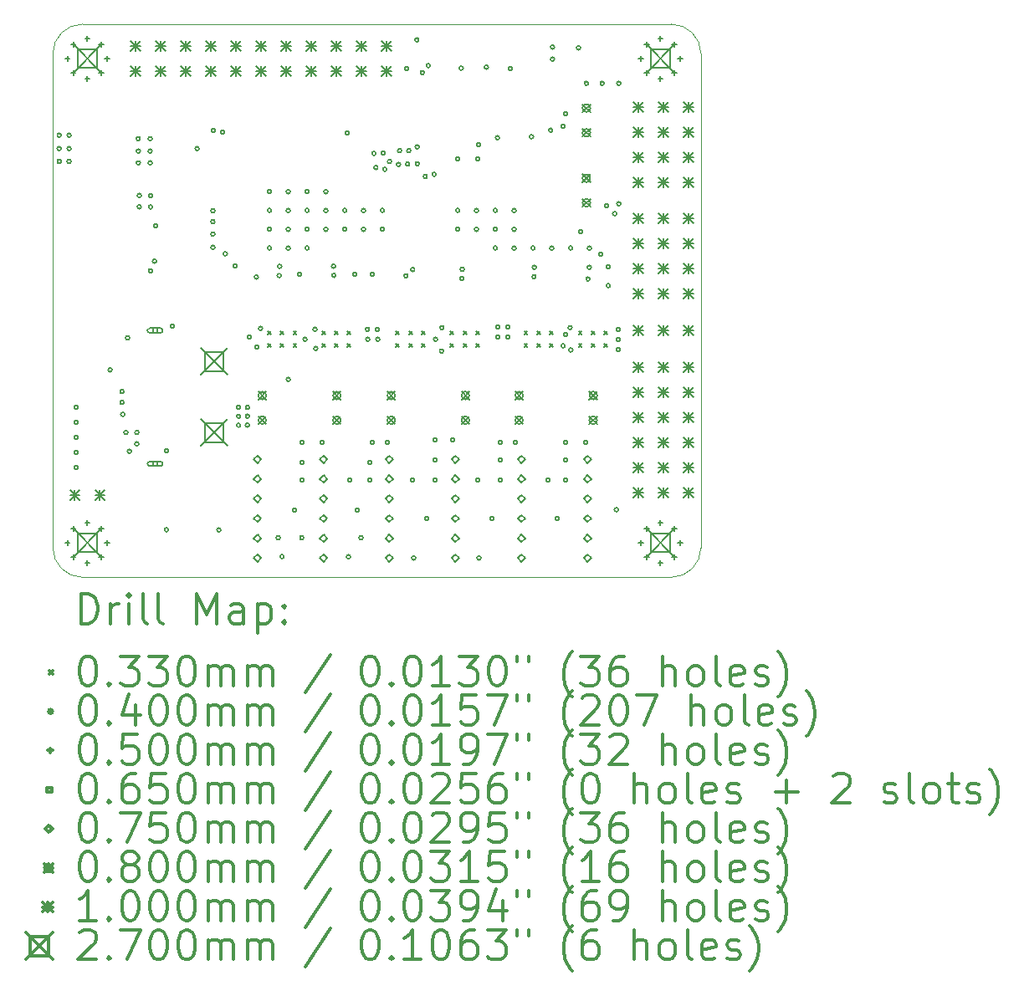
<source format=gbr>
%FSLAX45Y45*%
G04 Gerber Fmt 4.5, Leading zero omitted, Abs format (unit mm)*
G04 Created by KiCad (PCBNEW (5.1.10)-1) date 2021-06-06 14:27:14*
%MOMM*%
%LPD*%
G01*
G04 APERTURE LIST*
%TA.AperFunction,Profile*%
%ADD10C,0.050000*%
%TD*%
%ADD11C,0.200000*%
%ADD12C,0.300000*%
G04 APERTURE END LIST*
D10*
X16260000Y-4400000D02*
X10300000Y-4400000D01*
X16260000Y-10000000D02*
X10300000Y-10000000D01*
X16260000Y-10000000D02*
G75*
G03*
X16560000Y-9700000I0J300000D01*
G01*
X16560000Y-4700000D02*
G75*
G03*
X16260000Y-4400000I-300000J0D01*
G01*
X16560000Y-9700000D02*
X16560000Y-4700000D01*
X10000000Y-4700000D02*
X10000000Y-9700000D01*
X10000000Y-9700000D02*
G75*
G03*
X10300000Y-10000000I300000J0D01*
G01*
X10300000Y-4400000D02*
G75*
G03*
X10000000Y-4700000I0J-300000D01*
G01*
D11*
X12173500Y-7508500D02*
X12206500Y-7541500D01*
X12206500Y-7508500D02*
X12173500Y-7541500D01*
X12173500Y-7638500D02*
X12206500Y-7671500D01*
X12206500Y-7638500D02*
X12173500Y-7671500D01*
X12303500Y-7508500D02*
X12336500Y-7541500D01*
X12336500Y-7508500D02*
X12303500Y-7541500D01*
X12303500Y-7638500D02*
X12336500Y-7671500D01*
X12336500Y-7638500D02*
X12303500Y-7671500D01*
X12433500Y-7508500D02*
X12466500Y-7541500D01*
X12466500Y-7508500D02*
X12433500Y-7541500D01*
X12433500Y-7638500D02*
X12466500Y-7671500D01*
X12466500Y-7638500D02*
X12433500Y-7671500D01*
X12723500Y-7508500D02*
X12756500Y-7541500D01*
X12756500Y-7508500D02*
X12723500Y-7541500D01*
X12723500Y-7638500D02*
X12756500Y-7671500D01*
X12756500Y-7638500D02*
X12723500Y-7671500D01*
X12853500Y-7508500D02*
X12886500Y-7541500D01*
X12886500Y-7508500D02*
X12853500Y-7541500D01*
X12853500Y-7638500D02*
X12886500Y-7671500D01*
X12886500Y-7638500D02*
X12853500Y-7671500D01*
X12983500Y-7508500D02*
X13016500Y-7541500D01*
X13016500Y-7508500D02*
X12983500Y-7541500D01*
X12983500Y-7638500D02*
X13016500Y-7671500D01*
X13016500Y-7638500D02*
X12983500Y-7671500D01*
X13473500Y-7508500D02*
X13506500Y-7541500D01*
X13506500Y-7508500D02*
X13473500Y-7541500D01*
X13473500Y-7638500D02*
X13506500Y-7671500D01*
X13506500Y-7638500D02*
X13473500Y-7671500D01*
X13603500Y-7508500D02*
X13636500Y-7541500D01*
X13636500Y-7508500D02*
X13603500Y-7541500D01*
X13603500Y-7638500D02*
X13636500Y-7671500D01*
X13636500Y-7638500D02*
X13603500Y-7671500D01*
X13733500Y-7508500D02*
X13766500Y-7541500D01*
X13766500Y-7508500D02*
X13733500Y-7541500D01*
X13733500Y-7638500D02*
X13766500Y-7671500D01*
X13766500Y-7638500D02*
X13733500Y-7671500D01*
X14023500Y-7508500D02*
X14056500Y-7541500D01*
X14056500Y-7508500D02*
X14023500Y-7541500D01*
X14023500Y-7638500D02*
X14056500Y-7671500D01*
X14056500Y-7638500D02*
X14023500Y-7671500D01*
X14153500Y-7508500D02*
X14186500Y-7541500D01*
X14186500Y-7508500D02*
X14153500Y-7541500D01*
X14153500Y-7638500D02*
X14186500Y-7671500D01*
X14186500Y-7638500D02*
X14153500Y-7671500D01*
X14283500Y-7508500D02*
X14316500Y-7541500D01*
X14316500Y-7508500D02*
X14283500Y-7541500D01*
X14283500Y-7638500D02*
X14316500Y-7671500D01*
X14316500Y-7638500D02*
X14283500Y-7671500D01*
X14770500Y-7508500D02*
X14803500Y-7541500D01*
X14803500Y-7508500D02*
X14770500Y-7541500D01*
X14770500Y-7638500D02*
X14803500Y-7671500D01*
X14803500Y-7638500D02*
X14770500Y-7671500D01*
X14900500Y-7508500D02*
X14933500Y-7541500D01*
X14933500Y-7508500D02*
X14900500Y-7541500D01*
X14900500Y-7638500D02*
X14933500Y-7671500D01*
X14933500Y-7638500D02*
X14900500Y-7671500D01*
X15030500Y-7508500D02*
X15063500Y-7541500D01*
X15063500Y-7508500D02*
X15030500Y-7541500D01*
X15030500Y-7638500D02*
X15063500Y-7671500D01*
X15063500Y-7638500D02*
X15030500Y-7671500D01*
X15320500Y-7508500D02*
X15353500Y-7541500D01*
X15353500Y-7508500D02*
X15320500Y-7541500D01*
X15320500Y-7638500D02*
X15353500Y-7671500D01*
X15353500Y-7638500D02*
X15320500Y-7671500D01*
X15450500Y-7508500D02*
X15483500Y-7541500D01*
X15483500Y-7508500D02*
X15450500Y-7541500D01*
X15450500Y-7638500D02*
X15483500Y-7671500D01*
X15483500Y-7638500D02*
X15450500Y-7671500D01*
X15580500Y-7508500D02*
X15613500Y-7541500D01*
X15613500Y-7508500D02*
X15580500Y-7541500D01*
X15580500Y-7638500D02*
X15613500Y-7671500D01*
X15613500Y-7638500D02*
X15580500Y-7671500D01*
X10085000Y-5525000D02*
G75*
G03*
X10085000Y-5525000I-20000J0D01*
G01*
X10085000Y-5660000D02*
G75*
G03*
X10085000Y-5660000I-20000J0D01*
G01*
X10085000Y-5790000D02*
G75*
G03*
X10085000Y-5790000I-20000J0D01*
G01*
X10185000Y-5525000D02*
G75*
G03*
X10185000Y-5525000I-20000J0D01*
G01*
X10185000Y-5660000D02*
G75*
G03*
X10185000Y-5660000I-20000J0D01*
G01*
X10185000Y-5790000D02*
G75*
G03*
X10185000Y-5790000I-20000J0D01*
G01*
X10256200Y-8280400D02*
G75*
G03*
X10256200Y-8280400I-20000J0D01*
G01*
X10256200Y-8432800D02*
G75*
G03*
X10256200Y-8432800I-20000J0D01*
G01*
X10256200Y-8585200D02*
G75*
G03*
X10256200Y-8585200I-20000J0D01*
G01*
X10256200Y-8737600D02*
G75*
G03*
X10256200Y-8737600I-20000J0D01*
G01*
X10256200Y-8890000D02*
G75*
G03*
X10256200Y-8890000I-20000J0D01*
G01*
X10600000Y-7900000D02*
G75*
G03*
X10600000Y-7900000I-20000J0D01*
G01*
X10720000Y-8120000D02*
G75*
G03*
X10720000Y-8120000I-20000J0D01*
G01*
X10720000Y-8230000D02*
G75*
G03*
X10720000Y-8230000I-20000J0D01*
G01*
X10728640Y-8351520D02*
G75*
G03*
X10728640Y-8351520I-20000J0D01*
G01*
X10760599Y-8534401D02*
G75*
G03*
X10760599Y-8534401I-20000J0D01*
G01*
X10776019Y-7575617D02*
G75*
G03*
X10776019Y-7575617I-20000J0D01*
G01*
X10795000Y-8725000D02*
G75*
G03*
X10795000Y-8725000I-20000J0D01*
G01*
X10870000Y-8650000D02*
G75*
G03*
X10870000Y-8650000I-20000J0D01*
G01*
X10870880Y-8534401D02*
G75*
G03*
X10870880Y-8534401I-20000J0D01*
G01*
X10885000Y-5560000D02*
G75*
G03*
X10885000Y-5560000I-20000J0D01*
G01*
X10885000Y-5685000D02*
G75*
G03*
X10885000Y-5685000I-20000J0D01*
G01*
X10885000Y-5805000D02*
G75*
G03*
X10885000Y-5805000I-20000J0D01*
G01*
X10895000Y-6135000D02*
G75*
G03*
X10895000Y-6135000I-20000J0D01*
G01*
X10895000Y-6250000D02*
G75*
G03*
X10895000Y-6250000I-20000J0D01*
G01*
X11005000Y-5560000D02*
G75*
G03*
X11005000Y-5560000I-20000J0D01*
G01*
X11005000Y-5685000D02*
G75*
G03*
X11005000Y-5685000I-20000J0D01*
G01*
X11005000Y-5805000D02*
G75*
G03*
X11005000Y-5805000I-20000J0D01*
G01*
X11007984Y-6898584D02*
G75*
G03*
X11007984Y-6898584I-20000J0D01*
G01*
X11010000Y-6135000D02*
G75*
G03*
X11010000Y-6135000I-20000J0D01*
G01*
X11010000Y-6250000D02*
G75*
G03*
X11010000Y-6250000I-20000J0D01*
G01*
X11050000Y-6800000D02*
G75*
G03*
X11050000Y-6800000I-20000J0D01*
G01*
X11060000Y-6440000D02*
G75*
G03*
X11060000Y-6440000I-20000J0D01*
G01*
X11170000Y-8720000D02*
G75*
G03*
X11170000Y-8720000I-20000J0D01*
G01*
X11170000Y-9520000D02*
G75*
G03*
X11170000Y-9520000I-20000J0D01*
G01*
X11230000Y-7460000D02*
G75*
G03*
X11230000Y-7460000I-20000J0D01*
G01*
X11480000Y-5660000D02*
G75*
G03*
X11480000Y-5660000I-20000J0D01*
G01*
X11639162Y-6399737D02*
G75*
G03*
X11639162Y-6399737I-20000J0D01*
G01*
X11640000Y-6290000D02*
G75*
G03*
X11640000Y-6290000I-20000J0D01*
G01*
X11640000Y-6660000D02*
G75*
G03*
X11640000Y-6660000I-20000J0D01*
G01*
X11640001Y-6525458D02*
G75*
G03*
X11640001Y-6525458I-20000J0D01*
G01*
X11645286Y-5474635D02*
G75*
G03*
X11645286Y-5474635I-20000J0D01*
G01*
X11700000Y-9520000D02*
G75*
G03*
X11700000Y-9520000I-20000J0D01*
G01*
X11738955Y-5492676D02*
G75*
G03*
X11738955Y-5492676I-20000J0D01*
G01*
X11764960Y-6725920D02*
G75*
G03*
X11764960Y-6725920I-20000J0D01*
G01*
X11865291Y-6846572D02*
G75*
G03*
X11865291Y-6846572I-20000J0D01*
G01*
X11900000Y-8280000D02*
G75*
G03*
X11900000Y-8280000I-20000J0D01*
G01*
X11900000Y-8370000D02*
G75*
G03*
X11900000Y-8370000I-20000J0D01*
G01*
X11900000Y-8460000D02*
G75*
G03*
X11900000Y-8460000I-20000J0D01*
G01*
X11990000Y-8280000D02*
G75*
G03*
X11990000Y-8280000I-20000J0D01*
G01*
X11990000Y-8370000D02*
G75*
G03*
X11990000Y-8370000I-20000J0D01*
G01*
X11990000Y-8460000D02*
G75*
G03*
X11990000Y-8460000I-20000J0D01*
G01*
X12008800Y-7569200D02*
G75*
G03*
X12008800Y-7569200I-20000J0D01*
G01*
X12080000Y-6960000D02*
G75*
G03*
X12080000Y-6960000I-20000J0D01*
G01*
X12085000Y-7670800D02*
G75*
G03*
X12085000Y-7670800I-20000J0D01*
G01*
X12121926Y-7481474D02*
G75*
G03*
X12121926Y-7481474I-20000J0D01*
G01*
X12212000Y-6096000D02*
G75*
G03*
X12212000Y-6096000I-20000J0D01*
G01*
X12212000Y-6286500D02*
G75*
G03*
X12212000Y-6286500I-20000J0D01*
G01*
X12212000Y-6477000D02*
G75*
G03*
X12212000Y-6477000I-20000J0D01*
G01*
X12212000Y-6667500D02*
G75*
G03*
X12212000Y-6667500I-20000J0D01*
G01*
X12300000Y-9600000D02*
G75*
G03*
X12300000Y-9600000I-20000J0D01*
G01*
X12311699Y-6946352D02*
G75*
G03*
X12311699Y-6946352I-20000J0D01*
G01*
X12316496Y-6852563D02*
G75*
G03*
X12316496Y-6852563I-20000J0D01*
G01*
X12339000Y-9791700D02*
G75*
G03*
X12339000Y-9791700I-20000J0D01*
G01*
X12402500Y-6096000D02*
G75*
G03*
X12402500Y-6096000I-20000J0D01*
G01*
X12402500Y-6286500D02*
G75*
G03*
X12402500Y-6286500I-20000J0D01*
G01*
X12402500Y-6477000D02*
G75*
G03*
X12402500Y-6477000I-20000J0D01*
G01*
X12402500Y-6667500D02*
G75*
G03*
X12402500Y-6667500I-20000J0D01*
G01*
X12403500Y-7997460D02*
G75*
G03*
X12403500Y-7997460I-20000J0D01*
G01*
X12466000Y-9321800D02*
G75*
G03*
X12466000Y-9321800I-20000J0D01*
G01*
X12516800Y-6934200D02*
G75*
G03*
X12516800Y-6934200I-20000J0D01*
G01*
X12540000Y-9600000D02*
G75*
G03*
X12540000Y-9600000I-20000J0D01*
G01*
X12542200Y-8636000D02*
G75*
G03*
X12542200Y-8636000I-20000J0D01*
G01*
X12542200Y-8839200D02*
G75*
G03*
X12542200Y-8839200I-20000J0D01*
G01*
X12542200Y-9017000D02*
G75*
G03*
X12542200Y-9017000I-20000J0D01*
G01*
X12572200Y-7590000D02*
G75*
G03*
X12572200Y-7590000I-20000J0D01*
G01*
X12593000Y-6096000D02*
G75*
G03*
X12593000Y-6096000I-20000J0D01*
G01*
X12593000Y-6286500D02*
G75*
G03*
X12593000Y-6286500I-20000J0D01*
G01*
X12593000Y-6477000D02*
G75*
G03*
X12593000Y-6477000I-20000J0D01*
G01*
X12593000Y-6667500D02*
G75*
G03*
X12593000Y-6667500I-20000J0D01*
G01*
X12673238Y-7488962D02*
G75*
G03*
X12673238Y-7488962I-20000J0D01*
G01*
X12681338Y-7682938D02*
G75*
G03*
X12681338Y-7682938I-20000J0D01*
G01*
X12745400Y-8636000D02*
G75*
G03*
X12745400Y-8636000I-20000J0D01*
G01*
X12783500Y-6096000D02*
G75*
G03*
X12783500Y-6096000I-20000J0D01*
G01*
X12783500Y-6286500D02*
G75*
G03*
X12783500Y-6286500I-20000J0D01*
G01*
X12783500Y-6477000D02*
G75*
G03*
X12783500Y-6477000I-20000J0D01*
G01*
X12862241Y-6851362D02*
G75*
G03*
X12862241Y-6851362I-20000J0D01*
G01*
X12864459Y-6944037D02*
G75*
G03*
X12864459Y-6944037I-20000J0D01*
G01*
X12974000Y-6286500D02*
G75*
G03*
X12974000Y-6286500I-20000J0D01*
G01*
X12974000Y-6477000D02*
G75*
G03*
X12974000Y-6477000I-20000J0D01*
G01*
X12999360Y-5500000D02*
G75*
G03*
X12999360Y-5500000I-20000J0D01*
G01*
X13012100Y-9791700D02*
G75*
G03*
X13012100Y-9791700I-20000J0D01*
G01*
X13024800Y-9017000D02*
G75*
G03*
X13024800Y-9017000I-20000J0D01*
G01*
X13075600Y-6934200D02*
G75*
G03*
X13075600Y-6934200I-20000J0D01*
G01*
X13101000Y-9321800D02*
G75*
G03*
X13101000Y-9321800I-20000J0D01*
G01*
X13140000Y-9600000D02*
G75*
G03*
X13140000Y-9600000I-20000J0D01*
G01*
X13164500Y-6286500D02*
G75*
G03*
X13164500Y-6286500I-20000J0D01*
G01*
X13164500Y-6477000D02*
G75*
G03*
X13164500Y-6477000I-20000J0D01*
G01*
X13205000Y-7490600D02*
G75*
G03*
X13205000Y-7490600I-20000J0D01*
G01*
X13207200Y-7590000D02*
G75*
G03*
X13207200Y-7590000I-20000J0D01*
G01*
X13228000Y-8839200D02*
G75*
G03*
X13228000Y-8839200I-20000J0D01*
G01*
X13228000Y-9017000D02*
G75*
G03*
X13228000Y-9017000I-20000J0D01*
G01*
X13253400Y-6934200D02*
G75*
G03*
X13253400Y-6934200I-20000J0D01*
G01*
X13253400Y-8636000D02*
G75*
G03*
X13253400Y-8636000I-20000J0D01*
G01*
X13268985Y-5710267D02*
G75*
G03*
X13268985Y-5710267I-20000J0D01*
G01*
X13288860Y-5852142D02*
G75*
G03*
X13288860Y-5852142I-20000J0D01*
G01*
X13304200Y-7493000D02*
G75*
G03*
X13304200Y-7493000I-20000J0D01*
G01*
X13308800Y-7590000D02*
G75*
G03*
X13308800Y-7590000I-20000J0D01*
G01*
X13355000Y-6286500D02*
G75*
G03*
X13355000Y-6286500I-20000J0D01*
G01*
X13355000Y-6477000D02*
G75*
G03*
X13355000Y-6477000I-20000J0D01*
G01*
X13363139Y-5704847D02*
G75*
G03*
X13363139Y-5704847I-20000J0D01*
G01*
X13379820Y-5871353D02*
G75*
G03*
X13379820Y-5871353I-20000J0D01*
G01*
X13405800Y-8636000D02*
G75*
G03*
X13405800Y-8636000I-20000J0D01*
G01*
X13428012Y-5790553D02*
G75*
G03*
X13428012Y-5790553I-20000J0D01*
G01*
X13518111Y-5820280D02*
G75*
G03*
X13518111Y-5820280I-20000J0D01*
G01*
X13530275Y-5680975D02*
G75*
G03*
X13530275Y-5680975I-20000J0D01*
G01*
X13594124Y-6949077D02*
G75*
G03*
X13594124Y-6949077I-20000J0D01*
G01*
X13601014Y-4847952D02*
G75*
G03*
X13601014Y-4847952I-20000J0D01*
G01*
X13610976Y-5816314D02*
G75*
G03*
X13610976Y-5816314I-20000J0D01*
G01*
X13622976Y-5681147D02*
G75*
G03*
X13622976Y-5681147I-20000J0D01*
G01*
X13659800Y-9017000D02*
G75*
G03*
X13659800Y-9017000I-20000J0D01*
G01*
X13661325Y-6885207D02*
G75*
G03*
X13661325Y-6885207I-20000J0D01*
G01*
X13672500Y-9804400D02*
G75*
G03*
X13672500Y-9804400I-20000J0D01*
G01*
X13704091Y-4560139D02*
G75*
G03*
X13704091Y-4560139I-20000J0D01*
G01*
X13707317Y-5642675D02*
G75*
G03*
X13707317Y-5642675I-20000J0D01*
G01*
X13708978Y-5813421D02*
G75*
G03*
X13708978Y-5813421I-20000J0D01*
G01*
X13759756Y-4890457D02*
G75*
G03*
X13759756Y-4890457I-20000J0D01*
G01*
X13789043Y-5942234D02*
G75*
G03*
X13789043Y-5942234I-20000J0D01*
G01*
X13805200Y-9405000D02*
G75*
G03*
X13805200Y-9405000I-20000J0D01*
G01*
X13820000Y-4820000D02*
G75*
G03*
X13820000Y-4820000I-20000J0D01*
G01*
X13879176Y-5920563D02*
G75*
G03*
X13879176Y-5920563I-20000J0D01*
G01*
X13888400Y-8610600D02*
G75*
G03*
X13888400Y-8610600I-20000J0D01*
G01*
X13888400Y-8813800D02*
G75*
G03*
X13888400Y-8813800I-20000J0D01*
G01*
X13888400Y-9017000D02*
G75*
G03*
X13888400Y-9017000I-20000J0D01*
G01*
X13893000Y-7590000D02*
G75*
G03*
X13893000Y-7590000I-20000J0D01*
G01*
X13953638Y-7710638D02*
G75*
G03*
X13953638Y-7710638I-20000J0D01*
G01*
X13958238Y-7473962D02*
G75*
G03*
X13958238Y-7473962I-20000J0D01*
G01*
X14066200Y-8610600D02*
G75*
G03*
X14066200Y-8610600I-20000J0D01*
G01*
X14117000Y-5765800D02*
G75*
G03*
X14117000Y-5765800I-20000J0D01*
G01*
X14117000Y-6286500D02*
G75*
G03*
X14117000Y-6286500I-20000J0D01*
G01*
X14117000Y-6477000D02*
G75*
G03*
X14117000Y-6477000I-20000J0D01*
G01*
X14152560Y-4846320D02*
G75*
G03*
X14152560Y-4846320I-20000J0D01*
G01*
X14160126Y-6975427D02*
G75*
G03*
X14160126Y-6975427I-20000J0D01*
G01*
X14162720Y-6882762D02*
G75*
G03*
X14162720Y-6882762I-20000J0D01*
G01*
X14307500Y-6286500D02*
G75*
G03*
X14307500Y-6286500I-20000J0D01*
G01*
X14307500Y-6477000D02*
G75*
G03*
X14307500Y-6477000I-20000J0D01*
G01*
X14320200Y-5765800D02*
G75*
G03*
X14320200Y-5765800I-20000J0D01*
G01*
X14320200Y-9017000D02*
G75*
G03*
X14320200Y-9017000I-20000J0D01*
G01*
X14330000Y-5620000D02*
G75*
G03*
X14330000Y-5620000I-20000J0D01*
G01*
X14332900Y-9804400D02*
G75*
G03*
X14332900Y-9804400I-20000J0D01*
G01*
X14406560Y-4836160D02*
G75*
G03*
X14406560Y-4836160I-20000J0D01*
G01*
X14465600Y-9405000D02*
G75*
G03*
X14465600Y-9405000I-20000J0D01*
G01*
X14498000Y-6286500D02*
G75*
G03*
X14498000Y-6286500I-20000J0D01*
G01*
X14498000Y-6477000D02*
G75*
G03*
X14498000Y-6477000I-20000J0D01*
G01*
X14498000Y-6667500D02*
G75*
G03*
X14498000Y-6667500I-20000J0D01*
G01*
X14520000Y-5550000D02*
G75*
G03*
X14520000Y-5550000I-20000J0D01*
G01*
X14523400Y-7467600D02*
G75*
G03*
X14523400Y-7467600I-20000J0D01*
G01*
X14523400Y-7569200D02*
G75*
G03*
X14523400Y-7569200I-20000J0D01*
G01*
X14548800Y-8636000D02*
G75*
G03*
X14548800Y-8636000I-20000J0D01*
G01*
X14548800Y-8813800D02*
G75*
G03*
X14548800Y-8813800I-20000J0D01*
G01*
X14548800Y-9017000D02*
G75*
G03*
X14548800Y-9017000I-20000J0D01*
G01*
X14625000Y-7467600D02*
G75*
G03*
X14625000Y-7467600I-20000J0D01*
G01*
X14625000Y-7569200D02*
G75*
G03*
X14625000Y-7569200I-20000J0D01*
G01*
X14650000Y-4850000D02*
G75*
G03*
X14650000Y-4850000I-20000J0D01*
G01*
X14688500Y-6286500D02*
G75*
G03*
X14688500Y-6286500I-20000J0D01*
G01*
X14688500Y-6477000D02*
G75*
G03*
X14688500Y-6477000I-20000J0D01*
G01*
X14688500Y-6667500D02*
G75*
G03*
X14688500Y-6667500I-20000J0D01*
G01*
X14701200Y-8636000D02*
G75*
G03*
X14701200Y-8636000I-20000J0D01*
G01*
X14864094Y-5539999D02*
G75*
G03*
X14864094Y-5539999I-20000J0D01*
G01*
X14879000Y-6667500D02*
G75*
G03*
X14879000Y-6667500I-20000J0D01*
G01*
X14889726Y-6957625D02*
G75*
G03*
X14889726Y-6957625I-20000J0D01*
G01*
X14893629Y-6862317D02*
G75*
G03*
X14893629Y-6862317I-20000J0D01*
G01*
X15031400Y-9017000D02*
G75*
G03*
X15031400Y-9017000I-20000J0D01*
G01*
X15058222Y-5473701D02*
G75*
G03*
X15058222Y-5473701I-20000J0D01*
G01*
X15069500Y-6667500D02*
G75*
G03*
X15069500Y-6667500I-20000J0D01*
G01*
X15077119Y-4632960D02*
G75*
G03*
X15077119Y-4632960I-20000J0D01*
G01*
X15077120Y-4754880D02*
G75*
G03*
X15077120Y-4754880I-20000J0D01*
G01*
X15126000Y-9405000D02*
G75*
G03*
X15126000Y-9405000I-20000J0D01*
G01*
X15183800Y-5435600D02*
G75*
G03*
X15183800Y-5435600I-20000J0D01*
G01*
X15183800Y-7658100D02*
G75*
G03*
X15183800Y-7658100I-20000J0D01*
G01*
X15209200Y-5308600D02*
G75*
G03*
X15209200Y-5308600I-20000J0D01*
G01*
X15209200Y-7543800D02*
G75*
G03*
X15209200Y-7543800I-20000J0D01*
G01*
X15209200Y-8636000D02*
G75*
G03*
X15209200Y-8636000I-20000J0D01*
G01*
X15209200Y-8813800D02*
G75*
G03*
X15209200Y-8813800I-20000J0D01*
G01*
X15209200Y-9017000D02*
G75*
G03*
X15209200Y-9017000I-20000J0D01*
G01*
X15254438Y-7473162D02*
G75*
G03*
X15254438Y-7473162I-20000J0D01*
G01*
X15260000Y-6667500D02*
G75*
G03*
X15260000Y-6667500I-20000J0D01*
G01*
X15262538Y-7698738D02*
G75*
G03*
X15262538Y-7698738I-20000J0D01*
G01*
X15340000Y-4640000D02*
G75*
G03*
X15340000Y-4640000I-20000J0D01*
G01*
X15361600Y-6502400D02*
G75*
G03*
X15361600Y-6502400I-20000J0D01*
G01*
X15412400Y-8636000D02*
G75*
G03*
X15412400Y-8636000I-20000J0D01*
G01*
X15420000Y-5000000D02*
G75*
G03*
X15420000Y-5000000I-20000J0D01*
G01*
X15436529Y-6981181D02*
G75*
G03*
X15436529Y-6981181I-20000J0D01*
G01*
X15448591Y-6862450D02*
G75*
G03*
X15448591Y-6862450I-20000J0D01*
G01*
X15450500Y-6667500D02*
G75*
G03*
X15450500Y-6667500I-20000J0D01*
G01*
X15564800Y-6731000D02*
G75*
G03*
X15564800Y-6731000I-20000J0D01*
G01*
X15580000Y-5000000D02*
G75*
G03*
X15580000Y-5000000I-20000J0D01*
G01*
X15625760Y-6238240D02*
G75*
G03*
X15625760Y-6238240I-20000J0D01*
G01*
X15641000Y-6858000D02*
G75*
G03*
X15641000Y-6858000I-20000J0D01*
G01*
X15641000Y-7048500D02*
G75*
G03*
X15641000Y-7048500I-20000J0D01*
G01*
X15707040Y-6319520D02*
G75*
G03*
X15707040Y-6319520I-20000J0D01*
G01*
X15723195Y-9316108D02*
G75*
G03*
X15723195Y-9316108I-20000J0D01*
G01*
X15742600Y-7493000D02*
G75*
G03*
X15742600Y-7493000I-20000J0D01*
G01*
X15742600Y-7594600D02*
G75*
G03*
X15742600Y-7594600I-20000J0D01*
G01*
X15742600Y-7696200D02*
G75*
G03*
X15742600Y-7696200I-20000J0D01*
G01*
X15747680Y-6217920D02*
G75*
G03*
X15747680Y-6217920I-20000J0D01*
G01*
X15748901Y-5000000D02*
G75*
G03*
X15748901Y-5000000I-20000J0D01*
G01*
X10147500Y-4725000D02*
X10147500Y-4775000D01*
X10122500Y-4750000D02*
X10172500Y-4750000D01*
X10147500Y-9625000D02*
X10147500Y-9675000D01*
X10122500Y-9650000D02*
X10172500Y-9650000D01*
X10206811Y-4581811D02*
X10206811Y-4631811D01*
X10181811Y-4606811D02*
X10231811Y-4606811D01*
X10206811Y-4868189D02*
X10206811Y-4918189D01*
X10181811Y-4893189D02*
X10231811Y-4893189D01*
X10206811Y-9481811D02*
X10206811Y-9531811D01*
X10181811Y-9506811D02*
X10231811Y-9506811D01*
X10206811Y-9768189D02*
X10206811Y-9818189D01*
X10181811Y-9793189D02*
X10231811Y-9793189D01*
X10350000Y-4522500D02*
X10350000Y-4572500D01*
X10325000Y-4547500D02*
X10375000Y-4547500D01*
X10350000Y-4927500D02*
X10350000Y-4977500D01*
X10325000Y-4952500D02*
X10375000Y-4952500D01*
X10350000Y-9422500D02*
X10350000Y-9472500D01*
X10325000Y-9447500D02*
X10375000Y-9447500D01*
X10350000Y-9827500D02*
X10350000Y-9877500D01*
X10325000Y-9852500D02*
X10375000Y-9852500D01*
X10493189Y-4581811D02*
X10493189Y-4631811D01*
X10468189Y-4606811D02*
X10518189Y-4606811D01*
X10493189Y-4868189D02*
X10493189Y-4918189D01*
X10468189Y-4893189D02*
X10518189Y-4893189D01*
X10493189Y-9481811D02*
X10493189Y-9531811D01*
X10468189Y-9506811D02*
X10518189Y-9506811D01*
X10493189Y-9768189D02*
X10493189Y-9818189D01*
X10468189Y-9793189D02*
X10518189Y-9793189D01*
X10552500Y-4725000D02*
X10552500Y-4775000D01*
X10527500Y-4750000D02*
X10577500Y-4750000D01*
X10552500Y-9625000D02*
X10552500Y-9675000D01*
X10527500Y-9650000D02*
X10577500Y-9650000D01*
X15947500Y-4725000D02*
X15947500Y-4775000D01*
X15922500Y-4750000D02*
X15972500Y-4750000D01*
X15947500Y-9625000D02*
X15947500Y-9675000D01*
X15922500Y-9650000D02*
X15972500Y-9650000D01*
X16006811Y-4581811D02*
X16006811Y-4631811D01*
X15981811Y-4606811D02*
X16031811Y-4606811D01*
X16006811Y-4868189D02*
X16006811Y-4918189D01*
X15981811Y-4893189D02*
X16031811Y-4893189D01*
X16006811Y-9481811D02*
X16006811Y-9531811D01*
X15981811Y-9506811D02*
X16031811Y-9506811D01*
X16006811Y-9768189D02*
X16006811Y-9818189D01*
X15981811Y-9793189D02*
X16031811Y-9793189D01*
X16150000Y-4522500D02*
X16150000Y-4572500D01*
X16125000Y-4547500D02*
X16175000Y-4547500D01*
X16150000Y-4927500D02*
X16150000Y-4977500D01*
X16125000Y-4952500D02*
X16175000Y-4952500D01*
X16150000Y-9422500D02*
X16150000Y-9472500D01*
X16125000Y-9447500D02*
X16175000Y-9447500D01*
X16150000Y-9827500D02*
X16150000Y-9877500D01*
X16125000Y-9852500D02*
X16175000Y-9852500D01*
X16293189Y-4581811D02*
X16293189Y-4631811D01*
X16268189Y-4606811D02*
X16318189Y-4606811D01*
X16293189Y-4868189D02*
X16293189Y-4918189D01*
X16268189Y-4893189D02*
X16318189Y-4893189D01*
X16293189Y-9481811D02*
X16293189Y-9531811D01*
X16268189Y-9506811D02*
X16318189Y-9506811D01*
X16293189Y-9768189D02*
X16293189Y-9818189D01*
X16268189Y-9793189D02*
X16318189Y-9793189D01*
X16352500Y-4725000D02*
X16352500Y-4775000D01*
X16327500Y-4750000D02*
X16377500Y-4750000D01*
X16352500Y-9625000D02*
X16352500Y-9675000D01*
X16327500Y-9650000D02*
X16377500Y-9650000D01*
X11057981Y-7524381D02*
X11057981Y-7478419D01*
X11012019Y-7478419D01*
X11012019Y-7524381D01*
X11057981Y-7524381D01*
X11090000Y-7478900D02*
X10980000Y-7478900D01*
X11090000Y-7523900D02*
X10980000Y-7523900D01*
X10980000Y-7478900D02*
G75*
G03*
X10980000Y-7523900I0J-22500D01*
G01*
X11090000Y-7523900D02*
G75*
G03*
X11090000Y-7478900I0J22500D01*
G01*
X11057981Y-8874381D02*
X11057981Y-8828419D01*
X11012019Y-8828419D01*
X11012019Y-8874381D01*
X11057981Y-8874381D01*
X11090000Y-8828900D02*
X10980000Y-8828900D01*
X11090000Y-8873900D02*
X10980000Y-8873900D01*
X10980000Y-8828900D02*
G75*
G03*
X10980000Y-8873900I0J-22500D01*
G01*
X11090000Y-8873900D02*
G75*
G03*
X11090000Y-8828900I0J22500D01*
G01*
X12070000Y-8842500D02*
X12107500Y-8805000D01*
X12070000Y-8767500D01*
X12032500Y-8805000D01*
X12070000Y-8842500D01*
X12070000Y-9042500D02*
X12107500Y-9005000D01*
X12070000Y-8967500D01*
X12032500Y-9005000D01*
X12070000Y-9042500D01*
X12070000Y-9242500D02*
X12107500Y-9205000D01*
X12070000Y-9167500D01*
X12032500Y-9205000D01*
X12070000Y-9242500D01*
X12070000Y-9442500D02*
X12107500Y-9405000D01*
X12070000Y-9367500D01*
X12032500Y-9405000D01*
X12070000Y-9442500D01*
X12070000Y-9642500D02*
X12107500Y-9605000D01*
X12070000Y-9567500D01*
X12032500Y-9605000D01*
X12070000Y-9642500D01*
X12070000Y-9842500D02*
X12107500Y-9805000D01*
X12070000Y-9767500D01*
X12032500Y-9805000D01*
X12070000Y-9842500D01*
X12738000Y-8842500D02*
X12775500Y-8805000D01*
X12738000Y-8767500D01*
X12700500Y-8805000D01*
X12738000Y-8842500D01*
X12738000Y-9042500D02*
X12775500Y-9005000D01*
X12738000Y-8967500D01*
X12700500Y-9005000D01*
X12738000Y-9042500D01*
X12738000Y-9242500D02*
X12775500Y-9205000D01*
X12738000Y-9167500D01*
X12700500Y-9205000D01*
X12738000Y-9242500D01*
X12738000Y-9442500D02*
X12775500Y-9405000D01*
X12738000Y-9367500D01*
X12700500Y-9405000D01*
X12738000Y-9442500D01*
X12738000Y-9642500D02*
X12775500Y-9605000D01*
X12738000Y-9567500D01*
X12700500Y-9605000D01*
X12738000Y-9642500D01*
X12738000Y-9842500D02*
X12775500Y-9805000D01*
X12738000Y-9767500D01*
X12700500Y-9805000D01*
X12738000Y-9842500D01*
X13406000Y-8842500D02*
X13443500Y-8805000D01*
X13406000Y-8767500D01*
X13368500Y-8805000D01*
X13406000Y-8842500D01*
X13406000Y-9042500D02*
X13443500Y-9005000D01*
X13406000Y-8967500D01*
X13368500Y-9005000D01*
X13406000Y-9042500D01*
X13406000Y-9242500D02*
X13443500Y-9205000D01*
X13406000Y-9167500D01*
X13368500Y-9205000D01*
X13406000Y-9242500D01*
X13406000Y-9442500D02*
X13443500Y-9405000D01*
X13406000Y-9367500D01*
X13368500Y-9405000D01*
X13406000Y-9442500D01*
X13406000Y-9642500D02*
X13443500Y-9605000D01*
X13406000Y-9567500D01*
X13368500Y-9605000D01*
X13406000Y-9642500D01*
X13406000Y-9842500D02*
X13443500Y-9805000D01*
X13406000Y-9767500D01*
X13368500Y-9805000D01*
X13406000Y-9842500D01*
X14074000Y-8842500D02*
X14111500Y-8805000D01*
X14074000Y-8767500D01*
X14036500Y-8805000D01*
X14074000Y-8842500D01*
X14074000Y-9042500D02*
X14111500Y-9005000D01*
X14074000Y-8967500D01*
X14036500Y-9005000D01*
X14074000Y-9042500D01*
X14074000Y-9242500D02*
X14111500Y-9205000D01*
X14074000Y-9167500D01*
X14036500Y-9205000D01*
X14074000Y-9242500D01*
X14074000Y-9442500D02*
X14111500Y-9405000D01*
X14074000Y-9367500D01*
X14036500Y-9405000D01*
X14074000Y-9442500D01*
X14074000Y-9642500D02*
X14111500Y-9605000D01*
X14074000Y-9567500D01*
X14036500Y-9605000D01*
X14074000Y-9642500D01*
X14074000Y-9842500D02*
X14111500Y-9805000D01*
X14074000Y-9767500D01*
X14036500Y-9805000D01*
X14074000Y-9842500D01*
X14742000Y-8842500D02*
X14779500Y-8805000D01*
X14742000Y-8767500D01*
X14704500Y-8805000D01*
X14742000Y-8842500D01*
X14742000Y-9042500D02*
X14779500Y-9005000D01*
X14742000Y-8967500D01*
X14704500Y-9005000D01*
X14742000Y-9042500D01*
X14742000Y-9242500D02*
X14779500Y-9205000D01*
X14742000Y-9167500D01*
X14704500Y-9205000D01*
X14742000Y-9242500D01*
X14742000Y-9442500D02*
X14779500Y-9405000D01*
X14742000Y-9367500D01*
X14704500Y-9405000D01*
X14742000Y-9442500D01*
X14742000Y-9642500D02*
X14779500Y-9605000D01*
X14742000Y-9567500D01*
X14704500Y-9605000D01*
X14742000Y-9642500D01*
X14742000Y-9842500D02*
X14779500Y-9805000D01*
X14742000Y-9767500D01*
X14704500Y-9805000D01*
X14742000Y-9842500D01*
X15410000Y-8842500D02*
X15447500Y-8805000D01*
X15410000Y-8767500D01*
X15372500Y-8805000D01*
X15410000Y-8842500D01*
X15410000Y-9042500D02*
X15447500Y-9005000D01*
X15410000Y-8967500D01*
X15372500Y-9005000D01*
X15410000Y-9042500D01*
X15410000Y-9242500D02*
X15447500Y-9205000D01*
X15410000Y-9167500D01*
X15372500Y-9205000D01*
X15410000Y-9242500D01*
X15410000Y-9442500D02*
X15447500Y-9405000D01*
X15410000Y-9367500D01*
X15372500Y-9405000D01*
X15410000Y-9442500D01*
X15410000Y-9642500D02*
X15447500Y-9605000D01*
X15410000Y-9567500D01*
X15372500Y-9605000D01*
X15410000Y-9642500D01*
X15410000Y-9842500D02*
X15447500Y-9805000D01*
X15410000Y-9767500D01*
X15372500Y-9805000D01*
X15410000Y-9842500D01*
X12080000Y-8120000D02*
X12160000Y-8200000D01*
X12160000Y-8120000D02*
X12080000Y-8200000D01*
X12160000Y-8160000D02*
G75*
G03*
X12160000Y-8160000I-40000J0D01*
G01*
X12080000Y-8370000D02*
X12160000Y-8450000D01*
X12160000Y-8370000D02*
X12080000Y-8450000D01*
X12160000Y-8410000D02*
G75*
G03*
X12160000Y-8410000I-40000J0D01*
G01*
X12835000Y-8120000D02*
X12915000Y-8200000D01*
X12915000Y-8120000D02*
X12835000Y-8200000D01*
X12915000Y-8160000D02*
G75*
G03*
X12915000Y-8160000I-40000J0D01*
G01*
X12835000Y-8370000D02*
X12915000Y-8450000D01*
X12915000Y-8370000D02*
X12835000Y-8450000D01*
X12915000Y-8410000D02*
G75*
G03*
X12915000Y-8410000I-40000J0D01*
G01*
X13385000Y-8120000D02*
X13465000Y-8200000D01*
X13465000Y-8120000D02*
X13385000Y-8200000D01*
X13465000Y-8160000D02*
G75*
G03*
X13465000Y-8160000I-40000J0D01*
G01*
X13385000Y-8370000D02*
X13465000Y-8450000D01*
X13465000Y-8370000D02*
X13385000Y-8450000D01*
X13465000Y-8410000D02*
G75*
G03*
X13465000Y-8410000I-40000J0D01*
G01*
X14135000Y-8120000D02*
X14215000Y-8200000D01*
X14215000Y-8120000D02*
X14135000Y-8200000D01*
X14215000Y-8160000D02*
G75*
G03*
X14215000Y-8160000I-40000J0D01*
G01*
X14135000Y-8370000D02*
X14215000Y-8450000D01*
X14215000Y-8370000D02*
X14135000Y-8450000D01*
X14215000Y-8410000D02*
G75*
G03*
X14215000Y-8410000I-40000J0D01*
G01*
X14680000Y-8120000D02*
X14760000Y-8200000D01*
X14760000Y-8120000D02*
X14680000Y-8200000D01*
X14760000Y-8160000D02*
G75*
G03*
X14760000Y-8160000I-40000J0D01*
G01*
X14680000Y-8370000D02*
X14760000Y-8450000D01*
X14760000Y-8370000D02*
X14680000Y-8450000D01*
X14760000Y-8410000D02*
G75*
G03*
X14760000Y-8410000I-40000J0D01*
G01*
X15360000Y-5210000D02*
X15440000Y-5290000D01*
X15440000Y-5210000D02*
X15360000Y-5290000D01*
X15440000Y-5250000D02*
G75*
G03*
X15440000Y-5250000I-40000J0D01*
G01*
X15360000Y-5460000D02*
X15440000Y-5540000D01*
X15440000Y-5460000D02*
X15360000Y-5540000D01*
X15440000Y-5500000D02*
G75*
G03*
X15440000Y-5500000I-40000J0D01*
G01*
X15360000Y-5920000D02*
X15440000Y-6000000D01*
X15440000Y-5920000D02*
X15360000Y-6000000D01*
X15440000Y-5960000D02*
G75*
G03*
X15440000Y-5960000I-40000J0D01*
G01*
X15360000Y-6170000D02*
X15440000Y-6250000D01*
X15440000Y-6170000D02*
X15360000Y-6250000D01*
X15440000Y-6210000D02*
G75*
G03*
X15440000Y-6210000I-40000J0D01*
G01*
X15430000Y-8120000D02*
X15510000Y-8200000D01*
X15510000Y-8120000D02*
X15430000Y-8200000D01*
X15510000Y-8160000D02*
G75*
G03*
X15510000Y-8160000I-40000J0D01*
G01*
X15430000Y-8370000D02*
X15510000Y-8450000D01*
X15510000Y-8370000D02*
X15430000Y-8450000D01*
X15510000Y-8410000D02*
G75*
G03*
X15510000Y-8410000I-40000J0D01*
G01*
X10173000Y-9121400D02*
X10273000Y-9221400D01*
X10273000Y-9121400D02*
X10173000Y-9221400D01*
X10223000Y-9121400D02*
X10223000Y-9221400D01*
X10173000Y-9171400D02*
X10273000Y-9171400D01*
X10427000Y-9121400D02*
X10527000Y-9221400D01*
X10527000Y-9121400D02*
X10427000Y-9221400D01*
X10477000Y-9121400D02*
X10477000Y-9221400D01*
X10427000Y-9171400D02*
X10527000Y-9171400D01*
X10787000Y-4573000D02*
X10887000Y-4673000D01*
X10887000Y-4573000D02*
X10787000Y-4673000D01*
X10837000Y-4573000D02*
X10837000Y-4673000D01*
X10787000Y-4623000D02*
X10887000Y-4623000D01*
X10787000Y-4827000D02*
X10887000Y-4927000D01*
X10887000Y-4827000D02*
X10787000Y-4927000D01*
X10837000Y-4827000D02*
X10837000Y-4927000D01*
X10787000Y-4877000D02*
X10887000Y-4877000D01*
X11041000Y-4573000D02*
X11141000Y-4673000D01*
X11141000Y-4573000D02*
X11041000Y-4673000D01*
X11091000Y-4573000D02*
X11091000Y-4673000D01*
X11041000Y-4623000D02*
X11141000Y-4623000D01*
X11041000Y-4827000D02*
X11141000Y-4927000D01*
X11141000Y-4827000D02*
X11041000Y-4927000D01*
X11091000Y-4827000D02*
X11091000Y-4927000D01*
X11041000Y-4877000D02*
X11141000Y-4877000D01*
X11295000Y-4573000D02*
X11395000Y-4673000D01*
X11395000Y-4573000D02*
X11295000Y-4673000D01*
X11345000Y-4573000D02*
X11345000Y-4673000D01*
X11295000Y-4623000D02*
X11395000Y-4623000D01*
X11295000Y-4827000D02*
X11395000Y-4927000D01*
X11395000Y-4827000D02*
X11295000Y-4927000D01*
X11345000Y-4827000D02*
X11345000Y-4927000D01*
X11295000Y-4877000D02*
X11395000Y-4877000D01*
X11549000Y-4573000D02*
X11649000Y-4673000D01*
X11649000Y-4573000D02*
X11549000Y-4673000D01*
X11599000Y-4573000D02*
X11599000Y-4673000D01*
X11549000Y-4623000D02*
X11649000Y-4623000D01*
X11549000Y-4827000D02*
X11649000Y-4927000D01*
X11649000Y-4827000D02*
X11549000Y-4927000D01*
X11599000Y-4827000D02*
X11599000Y-4927000D01*
X11549000Y-4877000D02*
X11649000Y-4877000D01*
X11803000Y-4573000D02*
X11903000Y-4673000D01*
X11903000Y-4573000D02*
X11803000Y-4673000D01*
X11853000Y-4573000D02*
X11853000Y-4673000D01*
X11803000Y-4623000D02*
X11903000Y-4623000D01*
X11803000Y-4827000D02*
X11903000Y-4927000D01*
X11903000Y-4827000D02*
X11803000Y-4927000D01*
X11853000Y-4827000D02*
X11853000Y-4927000D01*
X11803000Y-4877000D02*
X11903000Y-4877000D01*
X12057000Y-4573000D02*
X12157000Y-4673000D01*
X12157000Y-4573000D02*
X12057000Y-4673000D01*
X12107000Y-4573000D02*
X12107000Y-4673000D01*
X12057000Y-4623000D02*
X12157000Y-4623000D01*
X12057000Y-4827000D02*
X12157000Y-4927000D01*
X12157000Y-4827000D02*
X12057000Y-4927000D01*
X12107000Y-4827000D02*
X12107000Y-4927000D01*
X12057000Y-4877000D02*
X12157000Y-4877000D01*
X12311000Y-4573000D02*
X12411000Y-4673000D01*
X12411000Y-4573000D02*
X12311000Y-4673000D01*
X12361000Y-4573000D02*
X12361000Y-4673000D01*
X12311000Y-4623000D02*
X12411000Y-4623000D01*
X12311000Y-4827000D02*
X12411000Y-4927000D01*
X12411000Y-4827000D02*
X12311000Y-4927000D01*
X12361000Y-4827000D02*
X12361000Y-4927000D01*
X12311000Y-4877000D02*
X12411000Y-4877000D01*
X12565000Y-4573000D02*
X12665000Y-4673000D01*
X12665000Y-4573000D02*
X12565000Y-4673000D01*
X12615000Y-4573000D02*
X12615000Y-4673000D01*
X12565000Y-4623000D02*
X12665000Y-4623000D01*
X12565000Y-4827000D02*
X12665000Y-4927000D01*
X12665000Y-4827000D02*
X12565000Y-4927000D01*
X12615000Y-4827000D02*
X12615000Y-4927000D01*
X12565000Y-4877000D02*
X12665000Y-4877000D01*
X12819000Y-4573000D02*
X12919000Y-4673000D01*
X12919000Y-4573000D02*
X12819000Y-4673000D01*
X12869000Y-4573000D02*
X12869000Y-4673000D01*
X12819000Y-4623000D02*
X12919000Y-4623000D01*
X12819000Y-4827000D02*
X12919000Y-4927000D01*
X12919000Y-4827000D02*
X12819000Y-4927000D01*
X12869000Y-4827000D02*
X12869000Y-4927000D01*
X12819000Y-4877000D02*
X12919000Y-4877000D01*
X13073000Y-4573000D02*
X13173000Y-4673000D01*
X13173000Y-4573000D02*
X13073000Y-4673000D01*
X13123000Y-4573000D02*
X13123000Y-4673000D01*
X13073000Y-4623000D02*
X13173000Y-4623000D01*
X13073000Y-4827000D02*
X13173000Y-4927000D01*
X13173000Y-4827000D02*
X13073000Y-4927000D01*
X13123000Y-4827000D02*
X13123000Y-4927000D01*
X13073000Y-4877000D02*
X13173000Y-4877000D01*
X13327000Y-4573000D02*
X13427000Y-4673000D01*
X13427000Y-4573000D02*
X13327000Y-4673000D01*
X13377000Y-4573000D02*
X13377000Y-4673000D01*
X13327000Y-4623000D02*
X13427000Y-4623000D01*
X13327000Y-4827000D02*
X13427000Y-4927000D01*
X13427000Y-4827000D02*
X13327000Y-4927000D01*
X13377000Y-4827000D02*
X13377000Y-4927000D01*
X13327000Y-4877000D02*
X13427000Y-4877000D01*
X15875000Y-5190000D02*
X15975000Y-5290000D01*
X15975000Y-5190000D02*
X15875000Y-5290000D01*
X15925000Y-5190000D02*
X15925000Y-5290000D01*
X15875000Y-5240000D02*
X15975000Y-5240000D01*
X15875000Y-5444000D02*
X15975000Y-5544000D01*
X15975000Y-5444000D02*
X15875000Y-5544000D01*
X15925000Y-5444000D02*
X15925000Y-5544000D01*
X15875000Y-5494000D02*
X15975000Y-5494000D01*
X15875000Y-5698000D02*
X15975000Y-5798000D01*
X15975000Y-5698000D02*
X15875000Y-5798000D01*
X15925000Y-5698000D02*
X15925000Y-5798000D01*
X15875000Y-5748000D02*
X15975000Y-5748000D01*
X15875000Y-5952000D02*
X15975000Y-6052000D01*
X15975000Y-5952000D02*
X15875000Y-6052000D01*
X15925000Y-5952000D02*
X15925000Y-6052000D01*
X15875000Y-6002000D02*
X15975000Y-6002000D01*
X15875000Y-6319000D02*
X15975000Y-6419000D01*
X15975000Y-6319000D02*
X15875000Y-6419000D01*
X15925000Y-6319000D02*
X15925000Y-6419000D01*
X15875000Y-6369000D02*
X15975000Y-6369000D01*
X15875000Y-6573000D02*
X15975000Y-6673000D01*
X15975000Y-6573000D02*
X15875000Y-6673000D01*
X15925000Y-6573000D02*
X15925000Y-6673000D01*
X15875000Y-6623000D02*
X15975000Y-6623000D01*
X15875000Y-6827000D02*
X15975000Y-6927000D01*
X15975000Y-6827000D02*
X15875000Y-6927000D01*
X15925000Y-6827000D02*
X15925000Y-6927000D01*
X15875000Y-6877000D02*
X15975000Y-6877000D01*
X15875000Y-7081000D02*
X15975000Y-7181000D01*
X15975000Y-7081000D02*
X15875000Y-7181000D01*
X15925000Y-7081000D02*
X15925000Y-7181000D01*
X15875000Y-7131000D02*
X15975000Y-7131000D01*
X15875000Y-7449000D02*
X15975000Y-7549000D01*
X15975000Y-7449000D02*
X15875000Y-7549000D01*
X15925000Y-7449000D02*
X15925000Y-7549000D01*
X15875000Y-7499000D02*
X15975000Y-7499000D01*
X15875000Y-7820000D02*
X15975000Y-7920000D01*
X15975000Y-7820000D02*
X15875000Y-7920000D01*
X15925000Y-7820000D02*
X15925000Y-7920000D01*
X15875000Y-7870000D02*
X15975000Y-7870000D01*
X15875000Y-8074000D02*
X15975000Y-8174000D01*
X15975000Y-8074000D02*
X15875000Y-8174000D01*
X15925000Y-8074000D02*
X15925000Y-8174000D01*
X15875000Y-8124000D02*
X15975000Y-8124000D01*
X15875000Y-8328000D02*
X15975000Y-8428000D01*
X15975000Y-8328000D02*
X15875000Y-8428000D01*
X15925000Y-8328000D02*
X15925000Y-8428000D01*
X15875000Y-8378000D02*
X15975000Y-8378000D01*
X15875000Y-8582000D02*
X15975000Y-8682000D01*
X15975000Y-8582000D02*
X15875000Y-8682000D01*
X15925000Y-8582000D02*
X15925000Y-8682000D01*
X15875000Y-8632000D02*
X15975000Y-8632000D01*
X15875000Y-8836000D02*
X15975000Y-8936000D01*
X15975000Y-8836000D02*
X15875000Y-8936000D01*
X15925000Y-8836000D02*
X15925000Y-8936000D01*
X15875000Y-8886000D02*
X15975000Y-8886000D01*
X15875000Y-9090000D02*
X15975000Y-9190000D01*
X15975000Y-9090000D02*
X15875000Y-9190000D01*
X15925000Y-9090000D02*
X15925000Y-9190000D01*
X15875000Y-9140000D02*
X15975000Y-9140000D01*
X16129000Y-5190000D02*
X16229000Y-5290000D01*
X16229000Y-5190000D02*
X16129000Y-5290000D01*
X16179000Y-5190000D02*
X16179000Y-5290000D01*
X16129000Y-5240000D02*
X16229000Y-5240000D01*
X16129000Y-5444000D02*
X16229000Y-5544000D01*
X16229000Y-5444000D02*
X16129000Y-5544000D01*
X16179000Y-5444000D02*
X16179000Y-5544000D01*
X16129000Y-5494000D02*
X16229000Y-5494000D01*
X16129000Y-5698000D02*
X16229000Y-5798000D01*
X16229000Y-5698000D02*
X16129000Y-5798000D01*
X16179000Y-5698000D02*
X16179000Y-5798000D01*
X16129000Y-5748000D02*
X16229000Y-5748000D01*
X16129000Y-5952000D02*
X16229000Y-6052000D01*
X16229000Y-5952000D02*
X16129000Y-6052000D01*
X16179000Y-5952000D02*
X16179000Y-6052000D01*
X16129000Y-6002000D02*
X16229000Y-6002000D01*
X16129000Y-6319000D02*
X16229000Y-6419000D01*
X16229000Y-6319000D02*
X16129000Y-6419000D01*
X16179000Y-6319000D02*
X16179000Y-6419000D01*
X16129000Y-6369000D02*
X16229000Y-6369000D01*
X16129000Y-6573000D02*
X16229000Y-6673000D01*
X16229000Y-6573000D02*
X16129000Y-6673000D01*
X16179000Y-6573000D02*
X16179000Y-6673000D01*
X16129000Y-6623000D02*
X16229000Y-6623000D01*
X16129000Y-6827000D02*
X16229000Y-6927000D01*
X16229000Y-6827000D02*
X16129000Y-6927000D01*
X16179000Y-6827000D02*
X16179000Y-6927000D01*
X16129000Y-6877000D02*
X16229000Y-6877000D01*
X16129000Y-7081000D02*
X16229000Y-7181000D01*
X16229000Y-7081000D02*
X16129000Y-7181000D01*
X16179000Y-7081000D02*
X16179000Y-7181000D01*
X16129000Y-7131000D02*
X16229000Y-7131000D01*
X16129000Y-7449000D02*
X16229000Y-7549000D01*
X16229000Y-7449000D02*
X16129000Y-7549000D01*
X16179000Y-7449000D02*
X16179000Y-7549000D01*
X16129000Y-7499000D02*
X16229000Y-7499000D01*
X16129000Y-7820000D02*
X16229000Y-7920000D01*
X16229000Y-7820000D02*
X16129000Y-7920000D01*
X16179000Y-7820000D02*
X16179000Y-7920000D01*
X16129000Y-7870000D02*
X16229000Y-7870000D01*
X16129000Y-8074000D02*
X16229000Y-8174000D01*
X16229000Y-8074000D02*
X16129000Y-8174000D01*
X16179000Y-8074000D02*
X16179000Y-8174000D01*
X16129000Y-8124000D02*
X16229000Y-8124000D01*
X16129000Y-8328000D02*
X16229000Y-8428000D01*
X16229000Y-8328000D02*
X16129000Y-8428000D01*
X16179000Y-8328000D02*
X16179000Y-8428000D01*
X16129000Y-8378000D02*
X16229000Y-8378000D01*
X16129000Y-8582000D02*
X16229000Y-8682000D01*
X16229000Y-8582000D02*
X16129000Y-8682000D01*
X16179000Y-8582000D02*
X16179000Y-8682000D01*
X16129000Y-8632000D02*
X16229000Y-8632000D01*
X16129000Y-8836000D02*
X16229000Y-8936000D01*
X16229000Y-8836000D02*
X16129000Y-8936000D01*
X16179000Y-8836000D02*
X16179000Y-8936000D01*
X16129000Y-8886000D02*
X16229000Y-8886000D01*
X16129000Y-9090000D02*
X16229000Y-9190000D01*
X16229000Y-9090000D02*
X16129000Y-9190000D01*
X16179000Y-9090000D02*
X16179000Y-9190000D01*
X16129000Y-9140000D02*
X16229000Y-9140000D01*
X16383000Y-5190000D02*
X16483000Y-5290000D01*
X16483000Y-5190000D02*
X16383000Y-5290000D01*
X16433000Y-5190000D02*
X16433000Y-5290000D01*
X16383000Y-5240000D02*
X16483000Y-5240000D01*
X16383000Y-5444000D02*
X16483000Y-5544000D01*
X16483000Y-5444000D02*
X16383000Y-5544000D01*
X16433000Y-5444000D02*
X16433000Y-5544000D01*
X16383000Y-5494000D02*
X16483000Y-5494000D01*
X16383000Y-5698000D02*
X16483000Y-5798000D01*
X16483000Y-5698000D02*
X16383000Y-5798000D01*
X16433000Y-5698000D02*
X16433000Y-5798000D01*
X16383000Y-5748000D02*
X16483000Y-5748000D01*
X16383000Y-5952000D02*
X16483000Y-6052000D01*
X16483000Y-5952000D02*
X16383000Y-6052000D01*
X16433000Y-5952000D02*
X16433000Y-6052000D01*
X16383000Y-6002000D02*
X16483000Y-6002000D01*
X16383000Y-6319000D02*
X16483000Y-6419000D01*
X16483000Y-6319000D02*
X16383000Y-6419000D01*
X16433000Y-6319000D02*
X16433000Y-6419000D01*
X16383000Y-6369000D02*
X16483000Y-6369000D01*
X16383000Y-6573000D02*
X16483000Y-6673000D01*
X16483000Y-6573000D02*
X16383000Y-6673000D01*
X16433000Y-6573000D02*
X16433000Y-6673000D01*
X16383000Y-6623000D02*
X16483000Y-6623000D01*
X16383000Y-6827000D02*
X16483000Y-6927000D01*
X16483000Y-6827000D02*
X16383000Y-6927000D01*
X16433000Y-6827000D02*
X16433000Y-6927000D01*
X16383000Y-6877000D02*
X16483000Y-6877000D01*
X16383000Y-7081000D02*
X16483000Y-7181000D01*
X16483000Y-7081000D02*
X16383000Y-7181000D01*
X16433000Y-7081000D02*
X16433000Y-7181000D01*
X16383000Y-7131000D02*
X16483000Y-7131000D01*
X16383000Y-7449000D02*
X16483000Y-7549000D01*
X16483000Y-7449000D02*
X16383000Y-7549000D01*
X16433000Y-7449000D02*
X16433000Y-7549000D01*
X16383000Y-7499000D02*
X16483000Y-7499000D01*
X16383000Y-7820000D02*
X16483000Y-7920000D01*
X16483000Y-7820000D02*
X16383000Y-7920000D01*
X16433000Y-7820000D02*
X16433000Y-7920000D01*
X16383000Y-7870000D02*
X16483000Y-7870000D01*
X16383000Y-8074000D02*
X16483000Y-8174000D01*
X16483000Y-8074000D02*
X16383000Y-8174000D01*
X16433000Y-8074000D02*
X16433000Y-8174000D01*
X16383000Y-8124000D02*
X16483000Y-8124000D01*
X16383000Y-8328000D02*
X16483000Y-8428000D01*
X16483000Y-8328000D02*
X16383000Y-8428000D01*
X16433000Y-8328000D02*
X16433000Y-8428000D01*
X16383000Y-8378000D02*
X16483000Y-8378000D01*
X16383000Y-8582000D02*
X16483000Y-8682000D01*
X16483000Y-8582000D02*
X16383000Y-8682000D01*
X16433000Y-8582000D02*
X16433000Y-8682000D01*
X16383000Y-8632000D02*
X16483000Y-8632000D01*
X16383000Y-8836000D02*
X16483000Y-8936000D01*
X16483000Y-8836000D02*
X16383000Y-8936000D01*
X16433000Y-8836000D02*
X16433000Y-8936000D01*
X16383000Y-8886000D02*
X16483000Y-8886000D01*
X16383000Y-9090000D02*
X16483000Y-9190000D01*
X16483000Y-9090000D02*
X16383000Y-9190000D01*
X16433000Y-9090000D02*
X16433000Y-9190000D01*
X16383000Y-9140000D02*
X16483000Y-9140000D01*
X10215000Y-4615000D02*
X10485000Y-4885000D01*
X10485000Y-4615000D02*
X10215000Y-4885000D01*
X10445460Y-4845460D02*
X10445460Y-4654540D01*
X10254540Y-4654540D01*
X10254540Y-4845460D01*
X10445460Y-4845460D01*
X10215000Y-9515000D02*
X10485000Y-9785000D01*
X10485000Y-9515000D02*
X10215000Y-9785000D01*
X10445460Y-9745460D02*
X10445460Y-9554540D01*
X10254540Y-9554540D01*
X10254540Y-9745460D01*
X10445460Y-9745460D01*
X11500000Y-7681400D02*
X11770000Y-7951400D01*
X11770000Y-7681400D02*
X11500000Y-7951400D01*
X11730460Y-7911860D02*
X11730460Y-7720940D01*
X11539540Y-7720940D01*
X11539540Y-7911860D01*
X11730460Y-7911860D01*
X11500000Y-8401400D02*
X11770000Y-8671400D01*
X11770000Y-8401400D02*
X11500000Y-8671400D01*
X11730460Y-8631860D02*
X11730460Y-8440940D01*
X11539540Y-8440940D01*
X11539540Y-8631860D01*
X11730460Y-8631860D01*
X16015000Y-4615000D02*
X16285000Y-4885000D01*
X16285000Y-4615000D02*
X16015000Y-4885000D01*
X16245460Y-4845460D02*
X16245460Y-4654540D01*
X16054540Y-4654540D01*
X16054540Y-4845460D01*
X16245460Y-4845460D01*
X16015000Y-9515000D02*
X16285000Y-9785000D01*
X16285000Y-9515000D02*
X16015000Y-9785000D01*
X16245460Y-9745460D02*
X16245460Y-9554540D01*
X16054540Y-9554540D01*
X16054540Y-9745460D01*
X16245460Y-9745460D01*
D12*
X10283928Y-10468214D02*
X10283928Y-10168214D01*
X10355357Y-10168214D01*
X10398214Y-10182500D01*
X10426786Y-10211072D01*
X10441071Y-10239643D01*
X10455357Y-10296786D01*
X10455357Y-10339643D01*
X10441071Y-10396786D01*
X10426786Y-10425357D01*
X10398214Y-10453929D01*
X10355357Y-10468214D01*
X10283928Y-10468214D01*
X10583928Y-10468214D02*
X10583928Y-10268214D01*
X10583928Y-10325357D02*
X10598214Y-10296786D01*
X10612500Y-10282500D01*
X10641071Y-10268214D01*
X10669643Y-10268214D01*
X10769643Y-10468214D02*
X10769643Y-10268214D01*
X10769643Y-10168214D02*
X10755357Y-10182500D01*
X10769643Y-10196786D01*
X10783928Y-10182500D01*
X10769643Y-10168214D01*
X10769643Y-10196786D01*
X10955357Y-10468214D02*
X10926786Y-10453929D01*
X10912500Y-10425357D01*
X10912500Y-10168214D01*
X11112500Y-10468214D02*
X11083928Y-10453929D01*
X11069643Y-10425357D01*
X11069643Y-10168214D01*
X11455357Y-10468214D02*
X11455357Y-10168214D01*
X11555357Y-10382500D01*
X11655357Y-10168214D01*
X11655357Y-10468214D01*
X11926786Y-10468214D02*
X11926786Y-10311072D01*
X11912500Y-10282500D01*
X11883928Y-10268214D01*
X11826786Y-10268214D01*
X11798214Y-10282500D01*
X11926786Y-10453929D02*
X11898214Y-10468214D01*
X11826786Y-10468214D01*
X11798214Y-10453929D01*
X11783928Y-10425357D01*
X11783928Y-10396786D01*
X11798214Y-10368214D01*
X11826786Y-10353929D01*
X11898214Y-10353929D01*
X11926786Y-10339643D01*
X12069643Y-10268214D02*
X12069643Y-10568214D01*
X12069643Y-10282500D02*
X12098214Y-10268214D01*
X12155357Y-10268214D01*
X12183928Y-10282500D01*
X12198214Y-10296786D01*
X12212500Y-10325357D01*
X12212500Y-10411072D01*
X12198214Y-10439643D01*
X12183928Y-10453929D01*
X12155357Y-10468214D01*
X12098214Y-10468214D01*
X12069643Y-10453929D01*
X12341071Y-10439643D02*
X12355357Y-10453929D01*
X12341071Y-10468214D01*
X12326786Y-10453929D01*
X12341071Y-10439643D01*
X12341071Y-10468214D01*
X12341071Y-10282500D02*
X12355357Y-10296786D01*
X12341071Y-10311072D01*
X12326786Y-10296786D01*
X12341071Y-10282500D01*
X12341071Y-10311072D01*
X9964500Y-10946000D02*
X9997500Y-10979000D01*
X9997500Y-10946000D02*
X9964500Y-10979000D01*
X10341071Y-10798214D02*
X10369643Y-10798214D01*
X10398214Y-10812500D01*
X10412500Y-10826786D01*
X10426786Y-10855357D01*
X10441071Y-10912500D01*
X10441071Y-10983929D01*
X10426786Y-11041072D01*
X10412500Y-11069643D01*
X10398214Y-11083929D01*
X10369643Y-11098214D01*
X10341071Y-11098214D01*
X10312500Y-11083929D01*
X10298214Y-11069643D01*
X10283928Y-11041072D01*
X10269643Y-10983929D01*
X10269643Y-10912500D01*
X10283928Y-10855357D01*
X10298214Y-10826786D01*
X10312500Y-10812500D01*
X10341071Y-10798214D01*
X10569643Y-11069643D02*
X10583928Y-11083929D01*
X10569643Y-11098214D01*
X10555357Y-11083929D01*
X10569643Y-11069643D01*
X10569643Y-11098214D01*
X10683928Y-10798214D02*
X10869643Y-10798214D01*
X10769643Y-10912500D01*
X10812500Y-10912500D01*
X10841071Y-10926786D01*
X10855357Y-10941072D01*
X10869643Y-10969643D01*
X10869643Y-11041072D01*
X10855357Y-11069643D01*
X10841071Y-11083929D01*
X10812500Y-11098214D01*
X10726786Y-11098214D01*
X10698214Y-11083929D01*
X10683928Y-11069643D01*
X10969643Y-10798214D02*
X11155357Y-10798214D01*
X11055357Y-10912500D01*
X11098214Y-10912500D01*
X11126786Y-10926786D01*
X11141071Y-10941072D01*
X11155357Y-10969643D01*
X11155357Y-11041072D01*
X11141071Y-11069643D01*
X11126786Y-11083929D01*
X11098214Y-11098214D01*
X11012500Y-11098214D01*
X10983928Y-11083929D01*
X10969643Y-11069643D01*
X11341071Y-10798214D02*
X11369643Y-10798214D01*
X11398214Y-10812500D01*
X11412500Y-10826786D01*
X11426786Y-10855357D01*
X11441071Y-10912500D01*
X11441071Y-10983929D01*
X11426786Y-11041072D01*
X11412500Y-11069643D01*
X11398214Y-11083929D01*
X11369643Y-11098214D01*
X11341071Y-11098214D01*
X11312500Y-11083929D01*
X11298214Y-11069643D01*
X11283928Y-11041072D01*
X11269643Y-10983929D01*
X11269643Y-10912500D01*
X11283928Y-10855357D01*
X11298214Y-10826786D01*
X11312500Y-10812500D01*
X11341071Y-10798214D01*
X11569643Y-11098214D02*
X11569643Y-10898214D01*
X11569643Y-10926786D02*
X11583928Y-10912500D01*
X11612500Y-10898214D01*
X11655357Y-10898214D01*
X11683928Y-10912500D01*
X11698214Y-10941072D01*
X11698214Y-11098214D01*
X11698214Y-10941072D02*
X11712500Y-10912500D01*
X11741071Y-10898214D01*
X11783928Y-10898214D01*
X11812500Y-10912500D01*
X11826786Y-10941072D01*
X11826786Y-11098214D01*
X11969643Y-11098214D02*
X11969643Y-10898214D01*
X11969643Y-10926786D02*
X11983928Y-10912500D01*
X12012500Y-10898214D01*
X12055357Y-10898214D01*
X12083928Y-10912500D01*
X12098214Y-10941072D01*
X12098214Y-11098214D01*
X12098214Y-10941072D02*
X12112500Y-10912500D01*
X12141071Y-10898214D01*
X12183928Y-10898214D01*
X12212500Y-10912500D01*
X12226786Y-10941072D01*
X12226786Y-11098214D01*
X12812500Y-10783929D02*
X12555357Y-11169643D01*
X13198214Y-10798214D02*
X13226786Y-10798214D01*
X13255357Y-10812500D01*
X13269643Y-10826786D01*
X13283928Y-10855357D01*
X13298214Y-10912500D01*
X13298214Y-10983929D01*
X13283928Y-11041072D01*
X13269643Y-11069643D01*
X13255357Y-11083929D01*
X13226786Y-11098214D01*
X13198214Y-11098214D01*
X13169643Y-11083929D01*
X13155357Y-11069643D01*
X13141071Y-11041072D01*
X13126786Y-10983929D01*
X13126786Y-10912500D01*
X13141071Y-10855357D01*
X13155357Y-10826786D01*
X13169643Y-10812500D01*
X13198214Y-10798214D01*
X13426786Y-11069643D02*
X13441071Y-11083929D01*
X13426786Y-11098214D01*
X13412500Y-11083929D01*
X13426786Y-11069643D01*
X13426786Y-11098214D01*
X13626786Y-10798214D02*
X13655357Y-10798214D01*
X13683928Y-10812500D01*
X13698214Y-10826786D01*
X13712500Y-10855357D01*
X13726786Y-10912500D01*
X13726786Y-10983929D01*
X13712500Y-11041072D01*
X13698214Y-11069643D01*
X13683928Y-11083929D01*
X13655357Y-11098214D01*
X13626786Y-11098214D01*
X13598214Y-11083929D01*
X13583928Y-11069643D01*
X13569643Y-11041072D01*
X13555357Y-10983929D01*
X13555357Y-10912500D01*
X13569643Y-10855357D01*
X13583928Y-10826786D01*
X13598214Y-10812500D01*
X13626786Y-10798214D01*
X14012500Y-11098214D02*
X13841071Y-11098214D01*
X13926786Y-11098214D02*
X13926786Y-10798214D01*
X13898214Y-10841072D01*
X13869643Y-10869643D01*
X13841071Y-10883929D01*
X14112500Y-10798214D02*
X14298214Y-10798214D01*
X14198214Y-10912500D01*
X14241071Y-10912500D01*
X14269643Y-10926786D01*
X14283928Y-10941072D01*
X14298214Y-10969643D01*
X14298214Y-11041072D01*
X14283928Y-11069643D01*
X14269643Y-11083929D01*
X14241071Y-11098214D01*
X14155357Y-11098214D01*
X14126786Y-11083929D01*
X14112500Y-11069643D01*
X14483928Y-10798214D02*
X14512500Y-10798214D01*
X14541071Y-10812500D01*
X14555357Y-10826786D01*
X14569643Y-10855357D01*
X14583928Y-10912500D01*
X14583928Y-10983929D01*
X14569643Y-11041072D01*
X14555357Y-11069643D01*
X14541071Y-11083929D01*
X14512500Y-11098214D01*
X14483928Y-11098214D01*
X14455357Y-11083929D01*
X14441071Y-11069643D01*
X14426786Y-11041072D01*
X14412500Y-10983929D01*
X14412500Y-10912500D01*
X14426786Y-10855357D01*
X14441071Y-10826786D01*
X14455357Y-10812500D01*
X14483928Y-10798214D01*
X14698214Y-10798214D02*
X14698214Y-10855357D01*
X14812500Y-10798214D02*
X14812500Y-10855357D01*
X15255357Y-11212500D02*
X15241071Y-11198214D01*
X15212500Y-11155357D01*
X15198214Y-11126786D01*
X15183928Y-11083929D01*
X15169643Y-11012500D01*
X15169643Y-10955357D01*
X15183928Y-10883929D01*
X15198214Y-10841072D01*
X15212500Y-10812500D01*
X15241071Y-10769643D01*
X15255357Y-10755357D01*
X15341071Y-10798214D02*
X15526786Y-10798214D01*
X15426786Y-10912500D01*
X15469643Y-10912500D01*
X15498214Y-10926786D01*
X15512500Y-10941072D01*
X15526786Y-10969643D01*
X15526786Y-11041072D01*
X15512500Y-11069643D01*
X15498214Y-11083929D01*
X15469643Y-11098214D01*
X15383928Y-11098214D01*
X15355357Y-11083929D01*
X15341071Y-11069643D01*
X15783928Y-10798214D02*
X15726786Y-10798214D01*
X15698214Y-10812500D01*
X15683928Y-10826786D01*
X15655357Y-10869643D01*
X15641071Y-10926786D01*
X15641071Y-11041072D01*
X15655357Y-11069643D01*
X15669643Y-11083929D01*
X15698214Y-11098214D01*
X15755357Y-11098214D01*
X15783928Y-11083929D01*
X15798214Y-11069643D01*
X15812500Y-11041072D01*
X15812500Y-10969643D01*
X15798214Y-10941072D01*
X15783928Y-10926786D01*
X15755357Y-10912500D01*
X15698214Y-10912500D01*
X15669643Y-10926786D01*
X15655357Y-10941072D01*
X15641071Y-10969643D01*
X16169643Y-11098214D02*
X16169643Y-10798214D01*
X16298214Y-11098214D02*
X16298214Y-10941072D01*
X16283928Y-10912500D01*
X16255357Y-10898214D01*
X16212500Y-10898214D01*
X16183928Y-10912500D01*
X16169643Y-10926786D01*
X16483928Y-11098214D02*
X16455357Y-11083929D01*
X16441071Y-11069643D01*
X16426786Y-11041072D01*
X16426786Y-10955357D01*
X16441071Y-10926786D01*
X16455357Y-10912500D01*
X16483928Y-10898214D01*
X16526786Y-10898214D01*
X16555357Y-10912500D01*
X16569643Y-10926786D01*
X16583928Y-10955357D01*
X16583928Y-11041072D01*
X16569643Y-11069643D01*
X16555357Y-11083929D01*
X16526786Y-11098214D01*
X16483928Y-11098214D01*
X16755357Y-11098214D02*
X16726786Y-11083929D01*
X16712500Y-11055357D01*
X16712500Y-10798214D01*
X16983928Y-11083929D02*
X16955357Y-11098214D01*
X16898214Y-11098214D01*
X16869643Y-11083929D01*
X16855357Y-11055357D01*
X16855357Y-10941072D01*
X16869643Y-10912500D01*
X16898214Y-10898214D01*
X16955357Y-10898214D01*
X16983928Y-10912500D01*
X16998214Y-10941072D01*
X16998214Y-10969643D01*
X16855357Y-10998214D01*
X17112500Y-11083929D02*
X17141071Y-11098214D01*
X17198214Y-11098214D01*
X17226786Y-11083929D01*
X17241071Y-11055357D01*
X17241071Y-11041072D01*
X17226786Y-11012500D01*
X17198214Y-10998214D01*
X17155357Y-10998214D01*
X17126786Y-10983929D01*
X17112500Y-10955357D01*
X17112500Y-10941072D01*
X17126786Y-10912500D01*
X17155357Y-10898214D01*
X17198214Y-10898214D01*
X17226786Y-10912500D01*
X17341071Y-11212500D02*
X17355357Y-11198214D01*
X17383928Y-11155357D01*
X17398214Y-11126786D01*
X17412500Y-11083929D01*
X17426786Y-11012500D01*
X17426786Y-10955357D01*
X17412500Y-10883929D01*
X17398214Y-10841072D01*
X17383928Y-10812500D01*
X17355357Y-10769643D01*
X17341071Y-10755357D01*
X9997500Y-11358500D02*
G75*
G03*
X9997500Y-11358500I-20000J0D01*
G01*
X10341071Y-11194214D02*
X10369643Y-11194214D01*
X10398214Y-11208500D01*
X10412500Y-11222786D01*
X10426786Y-11251357D01*
X10441071Y-11308500D01*
X10441071Y-11379929D01*
X10426786Y-11437071D01*
X10412500Y-11465643D01*
X10398214Y-11479929D01*
X10369643Y-11494214D01*
X10341071Y-11494214D01*
X10312500Y-11479929D01*
X10298214Y-11465643D01*
X10283928Y-11437071D01*
X10269643Y-11379929D01*
X10269643Y-11308500D01*
X10283928Y-11251357D01*
X10298214Y-11222786D01*
X10312500Y-11208500D01*
X10341071Y-11194214D01*
X10569643Y-11465643D02*
X10583928Y-11479929D01*
X10569643Y-11494214D01*
X10555357Y-11479929D01*
X10569643Y-11465643D01*
X10569643Y-11494214D01*
X10841071Y-11294214D02*
X10841071Y-11494214D01*
X10769643Y-11179929D02*
X10698214Y-11394214D01*
X10883928Y-11394214D01*
X11055357Y-11194214D02*
X11083928Y-11194214D01*
X11112500Y-11208500D01*
X11126786Y-11222786D01*
X11141071Y-11251357D01*
X11155357Y-11308500D01*
X11155357Y-11379929D01*
X11141071Y-11437071D01*
X11126786Y-11465643D01*
X11112500Y-11479929D01*
X11083928Y-11494214D01*
X11055357Y-11494214D01*
X11026786Y-11479929D01*
X11012500Y-11465643D01*
X10998214Y-11437071D01*
X10983928Y-11379929D01*
X10983928Y-11308500D01*
X10998214Y-11251357D01*
X11012500Y-11222786D01*
X11026786Y-11208500D01*
X11055357Y-11194214D01*
X11341071Y-11194214D02*
X11369643Y-11194214D01*
X11398214Y-11208500D01*
X11412500Y-11222786D01*
X11426786Y-11251357D01*
X11441071Y-11308500D01*
X11441071Y-11379929D01*
X11426786Y-11437071D01*
X11412500Y-11465643D01*
X11398214Y-11479929D01*
X11369643Y-11494214D01*
X11341071Y-11494214D01*
X11312500Y-11479929D01*
X11298214Y-11465643D01*
X11283928Y-11437071D01*
X11269643Y-11379929D01*
X11269643Y-11308500D01*
X11283928Y-11251357D01*
X11298214Y-11222786D01*
X11312500Y-11208500D01*
X11341071Y-11194214D01*
X11569643Y-11494214D02*
X11569643Y-11294214D01*
X11569643Y-11322786D02*
X11583928Y-11308500D01*
X11612500Y-11294214D01*
X11655357Y-11294214D01*
X11683928Y-11308500D01*
X11698214Y-11337071D01*
X11698214Y-11494214D01*
X11698214Y-11337071D02*
X11712500Y-11308500D01*
X11741071Y-11294214D01*
X11783928Y-11294214D01*
X11812500Y-11308500D01*
X11826786Y-11337071D01*
X11826786Y-11494214D01*
X11969643Y-11494214D02*
X11969643Y-11294214D01*
X11969643Y-11322786D02*
X11983928Y-11308500D01*
X12012500Y-11294214D01*
X12055357Y-11294214D01*
X12083928Y-11308500D01*
X12098214Y-11337071D01*
X12098214Y-11494214D01*
X12098214Y-11337071D02*
X12112500Y-11308500D01*
X12141071Y-11294214D01*
X12183928Y-11294214D01*
X12212500Y-11308500D01*
X12226786Y-11337071D01*
X12226786Y-11494214D01*
X12812500Y-11179929D02*
X12555357Y-11565643D01*
X13198214Y-11194214D02*
X13226786Y-11194214D01*
X13255357Y-11208500D01*
X13269643Y-11222786D01*
X13283928Y-11251357D01*
X13298214Y-11308500D01*
X13298214Y-11379929D01*
X13283928Y-11437071D01*
X13269643Y-11465643D01*
X13255357Y-11479929D01*
X13226786Y-11494214D01*
X13198214Y-11494214D01*
X13169643Y-11479929D01*
X13155357Y-11465643D01*
X13141071Y-11437071D01*
X13126786Y-11379929D01*
X13126786Y-11308500D01*
X13141071Y-11251357D01*
X13155357Y-11222786D01*
X13169643Y-11208500D01*
X13198214Y-11194214D01*
X13426786Y-11465643D02*
X13441071Y-11479929D01*
X13426786Y-11494214D01*
X13412500Y-11479929D01*
X13426786Y-11465643D01*
X13426786Y-11494214D01*
X13626786Y-11194214D02*
X13655357Y-11194214D01*
X13683928Y-11208500D01*
X13698214Y-11222786D01*
X13712500Y-11251357D01*
X13726786Y-11308500D01*
X13726786Y-11379929D01*
X13712500Y-11437071D01*
X13698214Y-11465643D01*
X13683928Y-11479929D01*
X13655357Y-11494214D01*
X13626786Y-11494214D01*
X13598214Y-11479929D01*
X13583928Y-11465643D01*
X13569643Y-11437071D01*
X13555357Y-11379929D01*
X13555357Y-11308500D01*
X13569643Y-11251357D01*
X13583928Y-11222786D01*
X13598214Y-11208500D01*
X13626786Y-11194214D01*
X14012500Y-11494214D02*
X13841071Y-11494214D01*
X13926786Y-11494214D02*
X13926786Y-11194214D01*
X13898214Y-11237071D01*
X13869643Y-11265643D01*
X13841071Y-11279929D01*
X14283928Y-11194214D02*
X14141071Y-11194214D01*
X14126786Y-11337071D01*
X14141071Y-11322786D01*
X14169643Y-11308500D01*
X14241071Y-11308500D01*
X14269643Y-11322786D01*
X14283928Y-11337071D01*
X14298214Y-11365643D01*
X14298214Y-11437071D01*
X14283928Y-11465643D01*
X14269643Y-11479929D01*
X14241071Y-11494214D01*
X14169643Y-11494214D01*
X14141071Y-11479929D01*
X14126786Y-11465643D01*
X14398214Y-11194214D02*
X14598214Y-11194214D01*
X14469643Y-11494214D01*
X14698214Y-11194214D02*
X14698214Y-11251357D01*
X14812500Y-11194214D02*
X14812500Y-11251357D01*
X15255357Y-11608500D02*
X15241071Y-11594214D01*
X15212500Y-11551357D01*
X15198214Y-11522786D01*
X15183928Y-11479929D01*
X15169643Y-11408500D01*
X15169643Y-11351357D01*
X15183928Y-11279929D01*
X15198214Y-11237071D01*
X15212500Y-11208500D01*
X15241071Y-11165643D01*
X15255357Y-11151357D01*
X15355357Y-11222786D02*
X15369643Y-11208500D01*
X15398214Y-11194214D01*
X15469643Y-11194214D01*
X15498214Y-11208500D01*
X15512500Y-11222786D01*
X15526786Y-11251357D01*
X15526786Y-11279929D01*
X15512500Y-11322786D01*
X15341071Y-11494214D01*
X15526786Y-11494214D01*
X15712500Y-11194214D02*
X15741071Y-11194214D01*
X15769643Y-11208500D01*
X15783928Y-11222786D01*
X15798214Y-11251357D01*
X15812500Y-11308500D01*
X15812500Y-11379929D01*
X15798214Y-11437071D01*
X15783928Y-11465643D01*
X15769643Y-11479929D01*
X15741071Y-11494214D01*
X15712500Y-11494214D01*
X15683928Y-11479929D01*
X15669643Y-11465643D01*
X15655357Y-11437071D01*
X15641071Y-11379929D01*
X15641071Y-11308500D01*
X15655357Y-11251357D01*
X15669643Y-11222786D01*
X15683928Y-11208500D01*
X15712500Y-11194214D01*
X15912500Y-11194214D02*
X16112500Y-11194214D01*
X15983928Y-11494214D01*
X16455357Y-11494214D02*
X16455357Y-11194214D01*
X16583928Y-11494214D02*
X16583928Y-11337071D01*
X16569643Y-11308500D01*
X16541071Y-11294214D01*
X16498214Y-11294214D01*
X16469643Y-11308500D01*
X16455357Y-11322786D01*
X16769643Y-11494214D02*
X16741071Y-11479929D01*
X16726786Y-11465643D01*
X16712500Y-11437071D01*
X16712500Y-11351357D01*
X16726786Y-11322786D01*
X16741071Y-11308500D01*
X16769643Y-11294214D01*
X16812500Y-11294214D01*
X16841071Y-11308500D01*
X16855357Y-11322786D01*
X16869643Y-11351357D01*
X16869643Y-11437071D01*
X16855357Y-11465643D01*
X16841071Y-11479929D01*
X16812500Y-11494214D01*
X16769643Y-11494214D01*
X17041071Y-11494214D02*
X17012500Y-11479929D01*
X16998214Y-11451357D01*
X16998214Y-11194214D01*
X17269643Y-11479929D02*
X17241071Y-11494214D01*
X17183928Y-11494214D01*
X17155357Y-11479929D01*
X17141071Y-11451357D01*
X17141071Y-11337071D01*
X17155357Y-11308500D01*
X17183928Y-11294214D01*
X17241071Y-11294214D01*
X17269643Y-11308500D01*
X17283928Y-11337071D01*
X17283928Y-11365643D01*
X17141071Y-11394214D01*
X17398214Y-11479929D02*
X17426786Y-11494214D01*
X17483928Y-11494214D01*
X17512500Y-11479929D01*
X17526786Y-11451357D01*
X17526786Y-11437071D01*
X17512500Y-11408500D01*
X17483928Y-11394214D01*
X17441071Y-11394214D01*
X17412500Y-11379929D01*
X17398214Y-11351357D01*
X17398214Y-11337071D01*
X17412500Y-11308500D01*
X17441071Y-11294214D01*
X17483928Y-11294214D01*
X17512500Y-11308500D01*
X17626786Y-11608500D02*
X17641071Y-11594214D01*
X17669643Y-11551357D01*
X17683928Y-11522786D01*
X17698214Y-11479929D01*
X17712500Y-11408500D01*
X17712500Y-11351357D01*
X17698214Y-11279929D01*
X17683928Y-11237071D01*
X17669643Y-11208500D01*
X17641071Y-11165643D01*
X17626786Y-11151357D01*
X9972500Y-11729500D02*
X9972500Y-11779500D01*
X9947500Y-11754500D02*
X9997500Y-11754500D01*
X10341071Y-11590214D02*
X10369643Y-11590214D01*
X10398214Y-11604500D01*
X10412500Y-11618786D01*
X10426786Y-11647357D01*
X10441071Y-11704500D01*
X10441071Y-11775929D01*
X10426786Y-11833071D01*
X10412500Y-11861643D01*
X10398214Y-11875929D01*
X10369643Y-11890214D01*
X10341071Y-11890214D01*
X10312500Y-11875929D01*
X10298214Y-11861643D01*
X10283928Y-11833071D01*
X10269643Y-11775929D01*
X10269643Y-11704500D01*
X10283928Y-11647357D01*
X10298214Y-11618786D01*
X10312500Y-11604500D01*
X10341071Y-11590214D01*
X10569643Y-11861643D02*
X10583928Y-11875929D01*
X10569643Y-11890214D01*
X10555357Y-11875929D01*
X10569643Y-11861643D01*
X10569643Y-11890214D01*
X10855357Y-11590214D02*
X10712500Y-11590214D01*
X10698214Y-11733071D01*
X10712500Y-11718786D01*
X10741071Y-11704500D01*
X10812500Y-11704500D01*
X10841071Y-11718786D01*
X10855357Y-11733071D01*
X10869643Y-11761643D01*
X10869643Y-11833071D01*
X10855357Y-11861643D01*
X10841071Y-11875929D01*
X10812500Y-11890214D01*
X10741071Y-11890214D01*
X10712500Y-11875929D01*
X10698214Y-11861643D01*
X11055357Y-11590214D02*
X11083928Y-11590214D01*
X11112500Y-11604500D01*
X11126786Y-11618786D01*
X11141071Y-11647357D01*
X11155357Y-11704500D01*
X11155357Y-11775929D01*
X11141071Y-11833071D01*
X11126786Y-11861643D01*
X11112500Y-11875929D01*
X11083928Y-11890214D01*
X11055357Y-11890214D01*
X11026786Y-11875929D01*
X11012500Y-11861643D01*
X10998214Y-11833071D01*
X10983928Y-11775929D01*
X10983928Y-11704500D01*
X10998214Y-11647357D01*
X11012500Y-11618786D01*
X11026786Y-11604500D01*
X11055357Y-11590214D01*
X11341071Y-11590214D02*
X11369643Y-11590214D01*
X11398214Y-11604500D01*
X11412500Y-11618786D01*
X11426786Y-11647357D01*
X11441071Y-11704500D01*
X11441071Y-11775929D01*
X11426786Y-11833071D01*
X11412500Y-11861643D01*
X11398214Y-11875929D01*
X11369643Y-11890214D01*
X11341071Y-11890214D01*
X11312500Y-11875929D01*
X11298214Y-11861643D01*
X11283928Y-11833071D01*
X11269643Y-11775929D01*
X11269643Y-11704500D01*
X11283928Y-11647357D01*
X11298214Y-11618786D01*
X11312500Y-11604500D01*
X11341071Y-11590214D01*
X11569643Y-11890214D02*
X11569643Y-11690214D01*
X11569643Y-11718786D02*
X11583928Y-11704500D01*
X11612500Y-11690214D01*
X11655357Y-11690214D01*
X11683928Y-11704500D01*
X11698214Y-11733071D01*
X11698214Y-11890214D01*
X11698214Y-11733071D02*
X11712500Y-11704500D01*
X11741071Y-11690214D01*
X11783928Y-11690214D01*
X11812500Y-11704500D01*
X11826786Y-11733071D01*
X11826786Y-11890214D01*
X11969643Y-11890214D02*
X11969643Y-11690214D01*
X11969643Y-11718786D02*
X11983928Y-11704500D01*
X12012500Y-11690214D01*
X12055357Y-11690214D01*
X12083928Y-11704500D01*
X12098214Y-11733071D01*
X12098214Y-11890214D01*
X12098214Y-11733071D02*
X12112500Y-11704500D01*
X12141071Y-11690214D01*
X12183928Y-11690214D01*
X12212500Y-11704500D01*
X12226786Y-11733071D01*
X12226786Y-11890214D01*
X12812500Y-11575929D02*
X12555357Y-11961643D01*
X13198214Y-11590214D02*
X13226786Y-11590214D01*
X13255357Y-11604500D01*
X13269643Y-11618786D01*
X13283928Y-11647357D01*
X13298214Y-11704500D01*
X13298214Y-11775929D01*
X13283928Y-11833071D01*
X13269643Y-11861643D01*
X13255357Y-11875929D01*
X13226786Y-11890214D01*
X13198214Y-11890214D01*
X13169643Y-11875929D01*
X13155357Y-11861643D01*
X13141071Y-11833071D01*
X13126786Y-11775929D01*
X13126786Y-11704500D01*
X13141071Y-11647357D01*
X13155357Y-11618786D01*
X13169643Y-11604500D01*
X13198214Y-11590214D01*
X13426786Y-11861643D02*
X13441071Y-11875929D01*
X13426786Y-11890214D01*
X13412500Y-11875929D01*
X13426786Y-11861643D01*
X13426786Y-11890214D01*
X13626786Y-11590214D02*
X13655357Y-11590214D01*
X13683928Y-11604500D01*
X13698214Y-11618786D01*
X13712500Y-11647357D01*
X13726786Y-11704500D01*
X13726786Y-11775929D01*
X13712500Y-11833071D01*
X13698214Y-11861643D01*
X13683928Y-11875929D01*
X13655357Y-11890214D01*
X13626786Y-11890214D01*
X13598214Y-11875929D01*
X13583928Y-11861643D01*
X13569643Y-11833071D01*
X13555357Y-11775929D01*
X13555357Y-11704500D01*
X13569643Y-11647357D01*
X13583928Y-11618786D01*
X13598214Y-11604500D01*
X13626786Y-11590214D01*
X14012500Y-11890214D02*
X13841071Y-11890214D01*
X13926786Y-11890214D02*
X13926786Y-11590214D01*
X13898214Y-11633071D01*
X13869643Y-11661643D01*
X13841071Y-11675929D01*
X14155357Y-11890214D02*
X14212500Y-11890214D01*
X14241071Y-11875929D01*
X14255357Y-11861643D01*
X14283928Y-11818786D01*
X14298214Y-11761643D01*
X14298214Y-11647357D01*
X14283928Y-11618786D01*
X14269643Y-11604500D01*
X14241071Y-11590214D01*
X14183928Y-11590214D01*
X14155357Y-11604500D01*
X14141071Y-11618786D01*
X14126786Y-11647357D01*
X14126786Y-11718786D01*
X14141071Y-11747357D01*
X14155357Y-11761643D01*
X14183928Y-11775929D01*
X14241071Y-11775929D01*
X14269643Y-11761643D01*
X14283928Y-11747357D01*
X14298214Y-11718786D01*
X14398214Y-11590214D02*
X14598214Y-11590214D01*
X14469643Y-11890214D01*
X14698214Y-11590214D02*
X14698214Y-11647357D01*
X14812500Y-11590214D02*
X14812500Y-11647357D01*
X15255357Y-12004500D02*
X15241071Y-11990214D01*
X15212500Y-11947357D01*
X15198214Y-11918786D01*
X15183928Y-11875929D01*
X15169643Y-11804500D01*
X15169643Y-11747357D01*
X15183928Y-11675929D01*
X15198214Y-11633071D01*
X15212500Y-11604500D01*
X15241071Y-11561643D01*
X15255357Y-11547357D01*
X15341071Y-11590214D02*
X15526786Y-11590214D01*
X15426786Y-11704500D01*
X15469643Y-11704500D01*
X15498214Y-11718786D01*
X15512500Y-11733071D01*
X15526786Y-11761643D01*
X15526786Y-11833071D01*
X15512500Y-11861643D01*
X15498214Y-11875929D01*
X15469643Y-11890214D01*
X15383928Y-11890214D01*
X15355357Y-11875929D01*
X15341071Y-11861643D01*
X15641071Y-11618786D02*
X15655357Y-11604500D01*
X15683928Y-11590214D01*
X15755357Y-11590214D01*
X15783928Y-11604500D01*
X15798214Y-11618786D01*
X15812500Y-11647357D01*
X15812500Y-11675929D01*
X15798214Y-11718786D01*
X15626786Y-11890214D01*
X15812500Y-11890214D01*
X16169643Y-11890214D02*
X16169643Y-11590214D01*
X16298214Y-11890214D02*
X16298214Y-11733071D01*
X16283928Y-11704500D01*
X16255357Y-11690214D01*
X16212500Y-11690214D01*
X16183928Y-11704500D01*
X16169643Y-11718786D01*
X16483928Y-11890214D02*
X16455357Y-11875929D01*
X16441071Y-11861643D01*
X16426786Y-11833071D01*
X16426786Y-11747357D01*
X16441071Y-11718786D01*
X16455357Y-11704500D01*
X16483928Y-11690214D01*
X16526786Y-11690214D01*
X16555357Y-11704500D01*
X16569643Y-11718786D01*
X16583928Y-11747357D01*
X16583928Y-11833071D01*
X16569643Y-11861643D01*
X16555357Y-11875929D01*
X16526786Y-11890214D01*
X16483928Y-11890214D01*
X16755357Y-11890214D02*
X16726786Y-11875929D01*
X16712500Y-11847357D01*
X16712500Y-11590214D01*
X16983928Y-11875929D02*
X16955357Y-11890214D01*
X16898214Y-11890214D01*
X16869643Y-11875929D01*
X16855357Y-11847357D01*
X16855357Y-11733071D01*
X16869643Y-11704500D01*
X16898214Y-11690214D01*
X16955357Y-11690214D01*
X16983928Y-11704500D01*
X16998214Y-11733071D01*
X16998214Y-11761643D01*
X16855357Y-11790214D01*
X17112500Y-11875929D02*
X17141071Y-11890214D01*
X17198214Y-11890214D01*
X17226786Y-11875929D01*
X17241071Y-11847357D01*
X17241071Y-11833071D01*
X17226786Y-11804500D01*
X17198214Y-11790214D01*
X17155357Y-11790214D01*
X17126786Y-11775929D01*
X17112500Y-11747357D01*
X17112500Y-11733071D01*
X17126786Y-11704500D01*
X17155357Y-11690214D01*
X17198214Y-11690214D01*
X17226786Y-11704500D01*
X17341071Y-12004500D02*
X17355357Y-11990214D01*
X17383928Y-11947357D01*
X17398214Y-11918786D01*
X17412500Y-11875929D01*
X17426786Y-11804500D01*
X17426786Y-11747357D01*
X17412500Y-11675929D01*
X17398214Y-11633071D01*
X17383928Y-11604500D01*
X17355357Y-11561643D01*
X17341071Y-11547357D01*
X9987981Y-12173481D02*
X9987981Y-12127519D01*
X9942019Y-12127519D01*
X9942019Y-12173481D01*
X9987981Y-12173481D01*
X10341071Y-11986214D02*
X10369643Y-11986214D01*
X10398214Y-12000500D01*
X10412500Y-12014786D01*
X10426786Y-12043357D01*
X10441071Y-12100500D01*
X10441071Y-12171929D01*
X10426786Y-12229071D01*
X10412500Y-12257643D01*
X10398214Y-12271929D01*
X10369643Y-12286214D01*
X10341071Y-12286214D01*
X10312500Y-12271929D01*
X10298214Y-12257643D01*
X10283928Y-12229071D01*
X10269643Y-12171929D01*
X10269643Y-12100500D01*
X10283928Y-12043357D01*
X10298214Y-12014786D01*
X10312500Y-12000500D01*
X10341071Y-11986214D01*
X10569643Y-12257643D02*
X10583928Y-12271929D01*
X10569643Y-12286214D01*
X10555357Y-12271929D01*
X10569643Y-12257643D01*
X10569643Y-12286214D01*
X10841071Y-11986214D02*
X10783928Y-11986214D01*
X10755357Y-12000500D01*
X10741071Y-12014786D01*
X10712500Y-12057643D01*
X10698214Y-12114786D01*
X10698214Y-12229071D01*
X10712500Y-12257643D01*
X10726786Y-12271929D01*
X10755357Y-12286214D01*
X10812500Y-12286214D01*
X10841071Y-12271929D01*
X10855357Y-12257643D01*
X10869643Y-12229071D01*
X10869643Y-12157643D01*
X10855357Y-12129071D01*
X10841071Y-12114786D01*
X10812500Y-12100500D01*
X10755357Y-12100500D01*
X10726786Y-12114786D01*
X10712500Y-12129071D01*
X10698214Y-12157643D01*
X11141071Y-11986214D02*
X10998214Y-11986214D01*
X10983928Y-12129071D01*
X10998214Y-12114786D01*
X11026786Y-12100500D01*
X11098214Y-12100500D01*
X11126786Y-12114786D01*
X11141071Y-12129071D01*
X11155357Y-12157643D01*
X11155357Y-12229071D01*
X11141071Y-12257643D01*
X11126786Y-12271929D01*
X11098214Y-12286214D01*
X11026786Y-12286214D01*
X10998214Y-12271929D01*
X10983928Y-12257643D01*
X11341071Y-11986214D02*
X11369643Y-11986214D01*
X11398214Y-12000500D01*
X11412500Y-12014786D01*
X11426786Y-12043357D01*
X11441071Y-12100500D01*
X11441071Y-12171929D01*
X11426786Y-12229071D01*
X11412500Y-12257643D01*
X11398214Y-12271929D01*
X11369643Y-12286214D01*
X11341071Y-12286214D01*
X11312500Y-12271929D01*
X11298214Y-12257643D01*
X11283928Y-12229071D01*
X11269643Y-12171929D01*
X11269643Y-12100500D01*
X11283928Y-12043357D01*
X11298214Y-12014786D01*
X11312500Y-12000500D01*
X11341071Y-11986214D01*
X11569643Y-12286214D02*
X11569643Y-12086214D01*
X11569643Y-12114786D02*
X11583928Y-12100500D01*
X11612500Y-12086214D01*
X11655357Y-12086214D01*
X11683928Y-12100500D01*
X11698214Y-12129071D01*
X11698214Y-12286214D01*
X11698214Y-12129071D02*
X11712500Y-12100500D01*
X11741071Y-12086214D01*
X11783928Y-12086214D01*
X11812500Y-12100500D01*
X11826786Y-12129071D01*
X11826786Y-12286214D01*
X11969643Y-12286214D02*
X11969643Y-12086214D01*
X11969643Y-12114786D02*
X11983928Y-12100500D01*
X12012500Y-12086214D01*
X12055357Y-12086214D01*
X12083928Y-12100500D01*
X12098214Y-12129071D01*
X12098214Y-12286214D01*
X12098214Y-12129071D02*
X12112500Y-12100500D01*
X12141071Y-12086214D01*
X12183928Y-12086214D01*
X12212500Y-12100500D01*
X12226786Y-12129071D01*
X12226786Y-12286214D01*
X12812500Y-11971929D02*
X12555357Y-12357643D01*
X13198214Y-11986214D02*
X13226786Y-11986214D01*
X13255357Y-12000500D01*
X13269643Y-12014786D01*
X13283928Y-12043357D01*
X13298214Y-12100500D01*
X13298214Y-12171929D01*
X13283928Y-12229071D01*
X13269643Y-12257643D01*
X13255357Y-12271929D01*
X13226786Y-12286214D01*
X13198214Y-12286214D01*
X13169643Y-12271929D01*
X13155357Y-12257643D01*
X13141071Y-12229071D01*
X13126786Y-12171929D01*
X13126786Y-12100500D01*
X13141071Y-12043357D01*
X13155357Y-12014786D01*
X13169643Y-12000500D01*
X13198214Y-11986214D01*
X13426786Y-12257643D02*
X13441071Y-12271929D01*
X13426786Y-12286214D01*
X13412500Y-12271929D01*
X13426786Y-12257643D01*
X13426786Y-12286214D01*
X13626786Y-11986214D02*
X13655357Y-11986214D01*
X13683928Y-12000500D01*
X13698214Y-12014786D01*
X13712500Y-12043357D01*
X13726786Y-12100500D01*
X13726786Y-12171929D01*
X13712500Y-12229071D01*
X13698214Y-12257643D01*
X13683928Y-12271929D01*
X13655357Y-12286214D01*
X13626786Y-12286214D01*
X13598214Y-12271929D01*
X13583928Y-12257643D01*
X13569643Y-12229071D01*
X13555357Y-12171929D01*
X13555357Y-12100500D01*
X13569643Y-12043357D01*
X13583928Y-12014786D01*
X13598214Y-12000500D01*
X13626786Y-11986214D01*
X13841071Y-12014786D02*
X13855357Y-12000500D01*
X13883928Y-11986214D01*
X13955357Y-11986214D01*
X13983928Y-12000500D01*
X13998214Y-12014786D01*
X14012500Y-12043357D01*
X14012500Y-12071929D01*
X13998214Y-12114786D01*
X13826786Y-12286214D01*
X14012500Y-12286214D01*
X14283928Y-11986214D02*
X14141071Y-11986214D01*
X14126786Y-12129071D01*
X14141071Y-12114786D01*
X14169643Y-12100500D01*
X14241071Y-12100500D01*
X14269643Y-12114786D01*
X14283928Y-12129071D01*
X14298214Y-12157643D01*
X14298214Y-12229071D01*
X14283928Y-12257643D01*
X14269643Y-12271929D01*
X14241071Y-12286214D01*
X14169643Y-12286214D01*
X14141071Y-12271929D01*
X14126786Y-12257643D01*
X14555357Y-11986214D02*
X14498214Y-11986214D01*
X14469643Y-12000500D01*
X14455357Y-12014786D01*
X14426786Y-12057643D01*
X14412500Y-12114786D01*
X14412500Y-12229071D01*
X14426786Y-12257643D01*
X14441071Y-12271929D01*
X14469643Y-12286214D01*
X14526786Y-12286214D01*
X14555357Y-12271929D01*
X14569643Y-12257643D01*
X14583928Y-12229071D01*
X14583928Y-12157643D01*
X14569643Y-12129071D01*
X14555357Y-12114786D01*
X14526786Y-12100500D01*
X14469643Y-12100500D01*
X14441071Y-12114786D01*
X14426786Y-12129071D01*
X14412500Y-12157643D01*
X14698214Y-11986214D02*
X14698214Y-12043357D01*
X14812500Y-11986214D02*
X14812500Y-12043357D01*
X15255357Y-12400500D02*
X15241071Y-12386214D01*
X15212500Y-12343357D01*
X15198214Y-12314786D01*
X15183928Y-12271929D01*
X15169643Y-12200500D01*
X15169643Y-12143357D01*
X15183928Y-12071929D01*
X15198214Y-12029071D01*
X15212500Y-12000500D01*
X15241071Y-11957643D01*
X15255357Y-11943357D01*
X15426786Y-11986214D02*
X15455357Y-11986214D01*
X15483928Y-12000500D01*
X15498214Y-12014786D01*
X15512500Y-12043357D01*
X15526786Y-12100500D01*
X15526786Y-12171929D01*
X15512500Y-12229071D01*
X15498214Y-12257643D01*
X15483928Y-12271929D01*
X15455357Y-12286214D01*
X15426786Y-12286214D01*
X15398214Y-12271929D01*
X15383928Y-12257643D01*
X15369643Y-12229071D01*
X15355357Y-12171929D01*
X15355357Y-12100500D01*
X15369643Y-12043357D01*
X15383928Y-12014786D01*
X15398214Y-12000500D01*
X15426786Y-11986214D01*
X15883928Y-12286214D02*
X15883928Y-11986214D01*
X16012500Y-12286214D02*
X16012500Y-12129071D01*
X15998214Y-12100500D01*
X15969643Y-12086214D01*
X15926786Y-12086214D01*
X15898214Y-12100500D01*
X15883928Y-12114786D01*
X16198214Y-12286214D02*
X16169643Y-12271929D01*
X16155357Y-12257643D01*
X16141071Y-12229071D01*
X16141071Y-12143357D01*
X16155357Y-12114786D01*
X16169643Y-12100500D01*
X16198214Y-12086214D01*
X16241071Y-12086214D01*
X16269643Y-12100500D01*
X16283928Y-12114786D01*
X16298214Y-12143357D01*
X16298214Y-12229071D01*
X16283928Y-12257643D01*
X16269643Y-12271929D01*
X16241071Y-12286214D01*
X16198214Y-12286214D01*
X16469643Y-12286214D02*
X16441071Y-12271929D01*
X16426786Y-12243357D01*
X16426786Y-11986214D01*
X16698214Y-12271929D02*
X16669643Y-12286214D01*
X16612500Y-12286214D01*
X16583928Y-12271929D01*
X16569643Y-12243357D01*
X16569643Y-12129071D01*
X16583928Y-12100500D01*
X16612500Y-12086214D01*
X16669643Y-12086214D01*
X16698214Y-12100500D01*
X16712500Y-12129071D01*
X16712500Y-12157643D01*
X16569643Y-12186214D01*
X16826786Y-12271929D02*
X16855357Y-12286214D01*
X16912500Y-12286214D01*
X16941071Y-12271929D01*
X16955357Y-12243357D01*
X16955357Y-12229071D01*
X16941071Y-12200500D01*
X16912500Y-12186214D01*
X16869643Y-12186214D01*
X16841071Y-12171929D01*
X16826786Y-12143357D01*
X16826786Y-12129071D01*
X16841071Y-12100500D01*
X16869643Y-12086214D01*
X16912500Y-12086214D01*
X16941071Y-12100500D01*
X17312500Y-12171929D02*
X17541071Y-12171929D01*
X17426786Y-12286214D02*
X17426786Y-12057643D01*
X17898214Y-12014786D02*
X17912500Y-12000500D01*
X17941071Y-11986214D01*
X18012500Y-11986214D01*
X18041071Y-12000500D01*
X18055357Y-12014786D01*
X18069643Y-12043357D01*
X18069643Y-12071929D01*
X18055357Y-12114786D01*
X17883928Y-12286214D01*
X18069643Y-12286214D01*
X18412500Y-12271929D02*
X18441071Y-12286214D01*
X18498214Y-12286214D01*
X18526786Y-12271929D01*
X18541071Y-12243357D01*
X18541071Y-12229071D01*
X18526786Y-12200500D01*
X18498214Y-12186214D01*
X18455357Y-12186214D01*
X18426786Y-12171929D01*
X18412500Y-12143357D01*
X18412500Y-12129071D01*
X18426786Y-12100500D01*
X18455357Y-12086214D01*
X18498214Y-12086214D01*
X18526786Y-12100500D01*
X18712500Y-12286214D02*
X18683928Y-12271929D01*
X18669643Y-12243357D01*
X18669643Y-11986214D01*
X18869643Y-12286214D02*
X18841071Y-12271929D01*
X18826786Y-12257643D01*
X18812500Y-12229071D01*
X18812500Y-12143357D01*
X18826786Y-12114786D01*
X18841071Y-12100500D01*
X18869643Y-12086214D01*
X18912500Y-12086214D01*
X18941071Y-12100500D01*
X18955357Y-12114786D01*
X18969643Y-12143357D01*
X18969643Y-12229071D01*
X18955357Y-12257643D01*
X18941071Y-12271929D01*
X18912500Y-12286214D01*
X18869643Y-12286214D01*
X19055357Y-12086214D02*
X19169643Y-12086214D01*
X19098214Y-11986214D02*
X19098214Y-12243357D01*
X19112500Y-12271929D01*
X19141071Y-12286214D01*
X19169643Y-12286214D01*
X19255357Y-12271929D02*
X19283928Y-12286214D01*
X19341071Y-12286214D01*
X19369643Y-12271929D01*
X19383928Y-12243357D01*
X19383928Y-12229071D01*
X19369643Y-12200500D01*
X19341071Y-12186214D01*
X19298214Y-12186214D01*
X19269643Y-12171929D01*
X19255357Y-12143357D01*
X19255357Y-12129071D01*
X19269643Y-12100500D01*
X19298214Y-12086214D01*
X19341071Y-12086214D01*
X19369643Y-12100500D01*
X19483928Y-12400500D02*
X19498214Y-12386214D01*
X19526786Y-12343357D01*
X19541071Y-12314786D01*
X19555357Y-12271929D01*
X19569643Y-12200500D01*
X19569643Y-12143357D01*
X19555357Y-12071929D01*
X19541071Y-12029071D01*
X19526786Y-12000500D01*
X19498214Y-11957643D01*
X19483928Y-11943357D01*
X9960000Y-12584000D02*
X9997500Y-12546500D01*
X9960000Y-12509000D01*
X9922500Y-12546500D01*
X9960000Y-12584000D01*
X10341071Y-12382214D02*
X10369643Y-12382214D01*
X10398214Y-12396500D01*
X10412500Y-12410786D01*
X10426786Y-12439357D01*
X10441071Y-12496500D01*
X10441071Y-12567929D01*
X10426786Y-12625071D01*
X10412500Y-12653643D01*
X10398214Y-12667929D01*
X10369643Y-12682214D01*
X10341071Y-12682214D01*
X10312500Y-12667929D01*
X10298214Y-12653643D01*
X10283928Y-12625071D01*
X10269643Y-12567929D01*
X10269643Y-12496500D01*
X10283928Y-12439357D01*
X10298214Y-12410786D01*
X10312500Y-12396500D01*
X10341071Y-12382214D01*
X10569643Y-12653643D02*
X10583928Y-12667929D01*
X10569643Y-12682214D01*
X10555357Y-12667929D01*
X10569643Y-12653643D01*
X10569643Y-12682214D01*
X10683928Y-12382214D02*
X10883928Y-12382214D01*
X10755357Y-12682214D01*
X11141071Y-12382214D02*
X10998214Y-12382214D01*
X10983928Y-12525071D01*
X10998214Y-12510786D01*
X11026786Y-12496500D01*
X11098214Y-12496500D01*
X11126786Y-12510786D01*
X11141071Y-12525071D01*
X11155357Y-12553643D01*
X11155357Y-12625071D01*
X11141071Y-12653643D01*
X11126786Y-12667929D01*
X11098214Y-12682214D01*
X11026786Y-12682214D01*
X10998214Y-12667929D01*
X10983928Y-12653643D01*
X11341071Y-12382214D02*
X11369643Y-12382214D01*
X11398214Y-12396500D01*
X11412500Y-12410786D01*
X11426786Y-12439357D01*
X11441071Y-12496500D01*
X11441071Y-12567929D01*
X11426786Y-12625071D01*
X11412500Y-12653643D01*
X11398214Y-12667929D01*
X11369643Y-12682214D01*
X11341071Y-12682214D01*
X11312500Y-12667929D01*
X11298214Y-12653643D01*
X11283928Y-12625071D01*
X11269643Y-12567929D01*
X11269643Y-12496500D01*
X11283928Y-12439357D01*
X11298214Y-12410786D01*
X11312500Y-12396500D01*
X11341071Y-12382214D01*
X11569643Y-12682214D02*
X11569643Y-12482214D01*
X11569643Y-12510786D02*
X11583928Y-12496500D01*
X11612500Y-12482214D01*
X11655357Y-12482214D01*
X11683928Y-12496500D01*
X11698214Y-12525071D01*
X11698214Y-12682214D01*
X11698214Y-12525071D02*
X11712500Y-12496500D01*
X11741071Y-12482214D01*
X11783928Y-12482214D01*
X11812500Y-12496500D01*
X11826786Y-12525071D01*
X11826786Y-12682214D01*
X11969643Y-12682214D02*
X11969643Y-12482214D01*
X11969643Y-12510786D02*
X11983928Y-12496500D01*
X12012500Y-12482214D01*
X12055357Y-12482214D01*
X12083928Y-12496500D01*
X12098214Y-12525071D01*
X12098214Y-12682214D01*
X12098214Y-12525071D02*
X12112500Y-12496500D01*
X12141071Y-12482214D01*
X12183928Y-12482214D01*
X12212500Y-12496500D01*
X12226786Y-12525071D01*
X12226786Y-12682214D01*
X12812500Y-12367929D02*
X12555357Y-12753643D01*
X13198214Y-12382214D02*
X13226786Y-12382214D01*
X13255357Y-12396500D01*
X13269643Y-12410786D01*
X13283928Y-12439357D01*
X13298214Y-12496500D01*
X13298214Y-12567929D01*
X13283928Y-12625071D01*
X13269643Y-12653643D01*
X13255357Y-12667929D01*
X13226786Y-12682214D01*
X13198214Y-12682214D01*
X13169643Y-12667929D01*
X13155357Y-12653643D01*
X13141071Y-12625071D01*
X13126786Y-12567929D01*
X13126786Y-12496500D01*
X13141071Y-12439357D01*
X13155357Y-12410786D01*
X13169643Y-12396500D01*
X13198214Y-12382214D01*
X13426786Y-12653643D02*
X13441071Y-12667929D01*
X13426786Y-12682214D01*
X13412500Y-12667929D01*
X13426786Y-12653643D01*
X13426786Y-12682214D01*
X13626786Y-12382214D02*
X13655357Y-12382214D01*
X13683928Y-12396500D01*
X13698214Y-12410786D01*
X13712500Y-12439357D01*
X13726786Y-12496500D01*
X13726786Y-12567929D01*
X13712500Y-12625071D01*
X13698214Y-12653643D01*
X13683928Y-12667929D01*
X13655357Y-12682214D01*
X13626786Y-12682214D01*
X13598214Y-12667929D01*
X13583928Y-12653643D01*
X13569643Y-12625071D01*
X13555357Y-12567929D01*
X13555357Y-12496500D01*
X13569643Y-12439357D01*
X13583928Y-12410786D01*
X13598214Y-12396500D01*
X13626786Y-12382214D01*
X13841071Y-12410786D02*
X13855357Y-12396500D01*
X13883928Y-12382214D01*
X13955357Y-12382214D01*
X13983928Y-12396500D01*
X13998214Y-12410786D01*
X14012500Y-12439357D01*
X14012500Y-12467929D01*
X13998214Y-12510786D01*
X13826786Y-12682214D01*
X14012500Y-12682214D01*
X14155357Y-12682214D02*
X14212500Y-12682214D01*
X14241071Y-12667929D01*
X14255357Y-12653643D01*
X14283928Y-12610786D01*
X14298214Y-12553643D01*
X14298214Y-12439357D01*
X14283928Y-12410786D01*
X14269643Y-12396500D01*
X14241071Y-12382214D01*
X14183928Y-12382214D01*
X14155357Y-12396500D01*
X14141071Y-12410786D01*
X14126786Y-12439357D01*
X14126786Y-12510786D01*
X14141071Y-12539357D01*
X14155357Y-12553643D01*
X14183928Y-12567929D01*
X14241071Y-12567929D01*
X14269643Y-12553643D01*
X14283928Y-12539357D01*
X14298214Y-12510786D01*
X14569643Y-12382214D02*
X14426786Y-12382214D01*
X14412500Y-12525071D01*
X14426786Y-12510786D01*
X14455357Y-12496500D01*
X14526786Y-12496500D01*
X14555357Y-12510786D01*
X14569643Y-12525071D01*
X14583928Y-12553643D01*
X14583928Y-12625071D01*
X14569643Y-12653643D01*
X14555357Y-12667929D01*
X14526786Y-12682214D01*
X14455357Y-12682214D01*
X14426786Y-12667929D01*
X14412500Y-12653643D01*
X14698214Y-12382214D02*
X14698214Y-12439357D01*
X14812500Y-12382214D02*
X14812500Y-12439357D01*
X15255357Y-12796500D02*
X15241071Y-12782214D01*
X15212500Y-12739357D01*
X15198214Y-12710786D01*
X15183928Y-12667929D01*
X15169643Y-12596500D01*
X15169643Y-12539357D01*
X15183928Y-12467929D01*
X15198214Y-12425071D01*
X15212500Y-12396500D01*
X15241071Y-12353643D01*
X15255357Y-12339357D01*
X15341071Y-12382214D02*
X15526786Y-12382214D01*
X15426786Y-12496500D01*
X15469643Y-12496500D01*
X15498214Y-12510786D01*
X15512500Y-12525071D01*
X15526786Y-12553643D01*
X15526786Y-12625071D01*
X15512500Y-12653643D01*
X15498214Y-12667929D01*
X15469643Y-12682214D01*
X15383928Y-12682214D01*
X15355357Y-12667929D01*
X15341071Y-12653643D01*
X15783928Y-12382214D02*
X15726786Y-12382214D01*
X15698214Y-12396500D01*
X15683928Y-12410786D01*
X15655357Y-12453643D01*
X15641071Y-12510786D01*
X15641071Y-12625071D01*
X15655357Y-12653643D01*
X15669643Y-12667929D01*
X15698214Y-12682214D01*
X15755357Y-12682214D01*
X15783928Y-12667929D01*
X15798214Y-12653643D01*
X15812500Y-12625071D01*
X15812500Y-12553643D01*
X15798214Y-12525071D01*
X15783928Y-12510786D01*
X15755357Y-12496500D01*
X15698214Y-12496500D01*
X15669643Y-12510786D01*
X15655357Y-12525071D01*
X15641071Y-12553643D01*
X16169643Y-12682214D02*
X16169643Y-12382214D01*
X16298214Y-12682214D02*
X16298214Y-12525071D01*
X16283928Y-12496500D01*
X16255357Y-12482214D01*
X16212500Y-12482214D01*
X16183928Y-12496500D01*
X16169643Y-12510786D01*
X16483928Y-12682214D02*
X16455357Y-12667929D01*
X16441071Y-12653643D01*
X16426786Y-12625071D01*
X16426786Y-12539357D01*
X16441071Y-12510786D01*
X16455357Y-12496500D01*
X16483928Y-12482214D01*
X16526786Y-12482214D01*
X16555357Y-12496500D01*
X16569643Y-12510786D01*
X16583928Y-12539357D01*
X16583928Y-12625071D01*
X16569643Y-12653643D01*
X16555357Y-12667929D01*
X16526786Y-12682214D01*
X16483928Y-12682214D01*
X16755357Y-12682214D02*
X16726786Y-12667929D01*
X16712500Y-12639357D01*
X16712500Y-12382214D01*
X16983928Y-12667929D02*
X16955357Y-12682214D01*
X16898214Y-12682214D01*
X16869643Y-12667929D01*
X16855357Y-12639357D01*
X16855357Y-12525071D01*
X16869643Y-12496500D01*
X16898214Y-12482214D01*
X16955357Y-12482214D01*
X16983928Y-12496500D01*
X16998214Y-12525071D01*
X16998214Y-12553643D01*
X16855357Y-12582214D01*
X17112500Y-12667929D02*
X17141071Y-12682214D01*
X17198214Y-12682214D01*
X17226786Y-12667929D01*
X17241071Y-12639357D01*
X17241071Y-12625071D01*
X17226786Y-12596500D01*
X17198214Y-12582214D01*
X17155357Y-12582214D01*
X17126786Y-12567929D01*
X17112500Y-12539357D01*
X17112500Y-12525071D01*
X17126786Y-12496500D01*
X17155357Y-12482214D01*
X17198214Y-12482214D01*
X17226786Y-12496500D01*
X17341071Y-12796500D02*
X17355357Y-12782214D01*
X17383928Y-12739357D01*
X17398214Y-12710786D01*
X17412500Y-12667929D01*
X17426786Y-12596500D01*
X17426786Y-12539357D01*
X17412500Y-12467929D01*
X17398214Y-12425071D01*
X17383928Y-12396500D01*
X17355357Y-12353643D01*
X17341071Y-12339357D01*
X9917500Y-12902500D02*
X9997500Y-12982500D01*
X9997500Y-12902500D02*
X9917500Y-12982500D01*
X9997500Y-12942500D02*
G75*
G03*
X9997500Y-12942500I-40000J0D01*
G01*
X10341071Y-12778214D02*
X10369643Y-12778214D01*
X10398214Y-12792500D01*
X10412500Y-12806786D01*
X10426786Y-12835357D01*
X10441071Y-12892500D01*
X10441071Y-12963929D01*
X10426786Y-13021071D01*
X10412500Y-13049643D01*
X10398214Y-13063929D01*
X10369643Y-13078214D01*
X10341071Y-13078214D01*
X10312500Y-13063929D01*
X10298214Y-13049643D01*
X10283928Y-13021071D01*
X10269643Y-12963929D01*
X10269643Y-12892500D01*
X10283928Y-12835357D01*
X10298214Y-12806786D01*
X10312500Y-12792500D01*
X10341071Y-12778214D01*
X10569643Y-13049643D02*
X10583928Y-13063929D01*
X10569643Y-13078214D01*
X10555357Y-13063929D01*
X10569643Y-13049643D01*
X10569643Y-13078214D01*
X10755357Y-12906786D02*
X10726786Y-12892500D01*
X10712500Y-12878214D01*
X10698214Y-12849643D01*
X10698214Y-12835357D01*
X10712500Y-12806786D01*
X10726786Y-12792500D01*
X10755357Y-12778214D01*
X10812500Y-12778214D01*
X10841071Y-12792500D01*
X10855357Y-12806786D01*
X10869643Y-12835357D01*
X10869643Y-12849643D01*
X10855357Y-12878214D01*
X10841071Y-12892500D01*
X10812500Y-12906786D01*
X10755357Y-12906786D01*
X10726786Y-12921071D01*
X10712500Y-12935357D01*
X10698214Y-12963929D01*
X10698214Y-13021071D01*
X10712500Y-13049643D01*
X10726786Y-13063929D01*
X10755357Y-13078214D01*
X10812500Y-13078214D01*
X10841071Y-13063929D01*
X10855357Y-13049643D01*
X10869643Y-13021071D01*
X10869643Y-12963929D01*
X10855357Y-12935357D01*
X10841071Y-12921071D01*
X10812500Y-12906786D01*
X11055357Y-12778214D02*
X11083928Y-12778214D01*
X11112500Y-12792500D01*
X11126786Y-12806786D01*
X11141071Y-12835357D01*
X11155357Y-12892500D01*
X11155357Y-12963929D01*
X11141071Y-13021071D01*
X11126786Y-13049643D01*
X11112500Y-13063929D01*
X11083928Y-13078214D01*
X11055357Y-13078214D01*
X11026786Y-13063929D01*
X11012500Y-13049643D01*
X10998214Y-13021071D01*
X10983928Y-12963929D01*
X10983928Y-12892500D01*
X10998214Y-12835357D01*
X11012500Y-12806786D01*
X11026786Y-12792500D01*
X11055357Y-12778214D01*
X11341071Y-12778214D02*
X11369643Y-12778214D01*
X11398214Y-12792500D01*
X11412500Y-12806786D01*
X11426786Y-12835357D01*
X11441071Y-12892500D01*
X11441071Y-12963929D01*
X11426786Y-13021071D01*
X11412500Y-13049643D01*
X11398214Y-13063929D01*
X11369643Y-13078214D01*
X11341071Y-13078214D01*
X11312500Y-13063929D01*
X11298214Y-13049643D01*
X11283928Y-13021071D01*
X11269643Y-12963929D01*
X11269643Y-12892500D01*
X11283928Y-12835357D01*
X11298214Y-12806786D01*
X11312500Y-12792500D01*
X11341071Y-12778214D01*
X11569643Y-13078214D02*
X11569643Y-12878214D01*
X11569643Y-12906786D02*
X11583928Y-12892500D01*
X11612500Y-12878214D01*
X11655357Y-12878214D01*
X11683928Y-12892500D01*
X11698214Y-12921071D01*
X11698214Y-13078214D01*
X11698214Y-12921071D02*
X11712500Y-12892500D01*
X11741071Y-12878214D01*
X11783928Y-12878214D01*
X11812500Y-12892500D01*
X11826786Y-12921071D01*
X11826786Y-13078214D01*
X11969643Y-13078214D02*
X11969643Y-12878214D01*
X11969643Y-12906786D02*
X11983928Y-12892500D01*
X12012500Y-12878214D01*
X12055357Y-12878214D01*
X12083928Y-12892500D01*
X12098214Y-12921071D01*
X12098214Y-13078214D01*
X12098214Y-12921071D02*
X12112500Y-12892500D01*
X12141071Y-12878214D01*
X12183928Y-12878214D01*
X12212500Y-12892500D01*
X12226786Y-12921071D01*
X12226786Y-13078214D01*
X12812500Y-12763929D02*
X12555357Y-13149643D01*
X13198214Y-12778214D02*
X13226786Y-12778214D01*
X13255357Y-12792500D01*
X13269643Y-12806786D01*
X13283928Y-12835357D01*
X13298214Y-12892500D01*
X13298214Y-12963929D01*
X13283928Y-13021071D01*
X13269643Y-13049643D01*
X13255357Y-13063929D01*
X13226786Y-13078214D01*
X13198214Y-13078214D01*
X13169643Y-13063929D01*
X13155357Y-13049643D01*
X13141071Y-13021071D01*
X13126786Y-12963929D01*
X13126786Y-12892500D01*
X13141071Y-12835357D01*
X13155357Y-12806786D01*
X13169643Y-12792500D01*
X13198214Y-12778214D01*
X13426786Y-13049643D02*
X13441071Y-13063929D01*
X13426786Y-13078214D01*
X13412500Y-13063929D01*
X13426786Y-13049643D01*
X13426786Y-13078214D01*
X13626786Y-12778214D02*
X13655357Y-12778214D01*
X13683928Y-12792500D01*
X13698214Y-12806786D01*
X13712500Y-12835357D01*
X13726786Y-12892500D01*
X13726786Y-12963929D01*
X13712500Y-13021071D01*
X13698214Y-13049643D01*
X13683928Y-13063929D01*
X13655357Y-13078214D01*
X13626786Y-13078214D01*
X13598214Y-13063929D01*
X13583928Y-13049643D01*
X13569643Y-13021071D01*
X13555357Y-12963929D01*
X13555357Y-12892500D01*
X13569643Y-12835357D01*
X13583928Y-12806786D01*
X13598214Y-12792500D01*
X13626786Y-12778214D01*
X13826786Y-12778214D02*
X14012500Y-12778214D01*
X13912500Y-12892500D01*
X13955357Y-12892500D01*
X13983928Y-12906786D01*
X13998214Y-12921071D01*
X14012500Y-12949643D01*
X14012500Y-13021071D01*
X13998214Y-13049643D01*
X13983928Y-13063929D01*
X13955357Y-13078214D01*
X13869643Y-13078214D01*
X13841071Y-13063929D01*
X13826786Y-13049643D01*
X14298214Y-13078214D02*
X14126786Y-13078214D01*
X14212500Y-13078214D02*
X14212500Y-12778214D01*
X14183928Y-12821071D01*
X14155357Y-12849643D01*
X14126786Y-12863929D01*
X14569643Y-12778214D02*
X14426786Y-12778214D01*
X14412500Y-12921071D01*
X14426786Y-12906786D01*
X14455357Y-12892500D01*
X14526786Y-12892500D01*
X14555357Y-12906786D01*
X14569643Y-12921071D01*
X14583928Y-12949643D01*
X14583928Y-13021071D01*
X14569643Y-13049643D01*
X14555357Y-13063929D01*
X14526786Y-13078214D01*
X14455357Y-13078214D01*
X14426786Y-13063929D01*
X14412500Y-13049643D01*
X14698214Y-12778214D02*
X14698214Y-12835357D01*
X14812500Y-12778214D02*
X14812500Y-12835357D01*
X15255357Y-13192500D02*
X15241071Y-13178214D01*
X15212500Y-13135357D01*
X15198214Y-13106786D01*
X15183928Y-13063929D01*
X15169643Y-12992500D01*
X15169643Y-12935357D01*
X15183928Y-12863929D01*
X15198214Y-12821071D01*
X15212500Y-12792500D01*
X15241071Y-12749643D01*
X15255357Y-12735357D01*
X15526786Y-13078214D02*
X15355357Y-13078214D01*
X15441071Y-13078214D02*
X15441071Y-12778214D01*
X15412500Y-12821071D01*
X15383928Y-12849643D01*
X15355357Y-12863929D01*
X15783928Y-12778214D02*
X15726786Y-12778214D01*
X15698214Y-12792500D01*
X15683928Y-12806786D01*
X15655357Y-12849643D01*
X15641071Y-12906786D01*
X15641071Y-13021071D01*
X15655357Y-13049643D01*
X15669643Y-13063929D01*
X15698214Y-13078214D01*
X15755357Y-13078214D01*
X15783928Y-13063929D01*
X15798214Y-13049643D01*
X15812500Y-13021071D01*
X15812500Y-12949643D01*
X15798214Y-12921071D01*
X15783928Y-12906786D01*
X15755357Y-12892500D01*
X15698214Y-12892500D01*
X15669643Y-12906786D01*
X15655357Y-12921071D01*
X15641071Y-12949643D01*
X16169643Y-13078214D02*
X16169643Y-12778214D01*
X16298214Y-13078214D02*
X16298214Y-12921071D01*
X16283928Y-12892500D01*
X16255357Y-12878214D01*
X16212500Y-12878214D01*
X16183928Y-12892500D01*
X16169643Y-12906786D01*
X16483928Y-13078214D02*
X16455357Y-13063929D01*
X16441071Y-13049643D01*
X16426786Y-13021071D01*
X16426786Y-12935357D01*
X16441071Y-12906786D01*
X16455357Y-12892500D01*
X16483928Y-12878214D01*
X16526786Y-12878214D01*
X16555357Y-12892500D01*
X16569643Y-12906786D01*
X16583928Y-12935357D01*
X16583928Y-13021071D01*
X16569643Y-13049643D01*
X16555357Y-13063929D01*
X16526786Y-13078214D01*
X16483928Y-13078214D01*
X16755357Y-13078214D02*
X16726786Y-13063929D01*
X16712500Y-13035357D01*
X16712500Y-12778214D01*
X16983928Y-13063929D02*
X16955357Y-13078214D01*
X16898214Y-13078214D01*
X16869643Y-13063929D01*
X16855357Y-13035357D01*
X16855357Y-12921071D01*
X16869643Y-12892500D01*
X16898214Y-12878214D01*
X16955357Y-12878214D01*
X16983928Y-12892500D01*
X16998214Y-12921071D01*
X16998214Y-12949643D01*
X16855357Y-12978214D01*
X17112500Y-13063929D02*
X17141071Y-13078214D01*
X17198214Y-13078214D01*
X17226786Y-13063929D01*
X17241071Y-13035357D01*
X17241071Y-13021071D01*
X17226786Y-12992500D01*
X17198214Y-12978214D01*
X17155357Y-12978214D01*
X17126786Y-12963929D01*
X17112500Y-12935357D01*
X17112500Y-12921071D01*
X17126786Y-12892500D01*
X17155357Y-12878214D01*
X17198214Y-12878214D01*
X17226786Y-12892500D01*
X17341071Y-13192500D02*
X17355357Y-13178214D01*
X17383928Y-13135357D01*
X17398214Y-13106786D01*
X17412500Y-13063929D01*
X17426786Y-12992500D01*
X17426786Y-12935357D01*
X17412500Y-12863929D01*
X17398214Y-12821071D01*
X17383928Y-12792500D01*
X17355357Y-12749643D01*
X17341071Y-12735357D01*
X9897500Y-13288500D02*
X9997500Y-13388500D01*
X9997500Y-13288500D02*
X9897500Y-13388500D01*
X9947500Y-13288500D02*
X9947500Y-13388500D01*
X9897500Y-13338500D02*
X9997500Y-13338500D01*
X10441071Y-13474214D02*
X10269643Y-13474214D01*
X10355357Y-13474214D02*
X10355357Y-13174214D01*
X10326786Y-13217071D01*
X10298214Y-13245643D01*
X10269643Y-13259929D01*
X10569643Y-13445643D02*
X10583928Y-13459929D01*
X10569643Y-13474214D01*
X10555357Y-13459929D01*
X10569643Y-13445643D01*
X10569643Y-13474214D01*
X10769643Y-13174214D02*
X10798214Y-13174214D01*
X10826786Y-13188500D01*
X10841071Y-13202786D01*
X10855357Y-13231357D01*
X10869643Y-13288500D01*
X10869643Y-13359929D01*
X10855357Y-13417071D01*
X10841071Y-13445643D01*
X10826786Y-13459929D01*
X10798214Y-13474214D01*
X10769643Y-13474214D01*
X10741071Y-13459929D01*
X10726786Y-13445643D01*
X10712500Y-13417071D01*
X10698214Y-13359929D01*
X10698214Y-13288500D01*
X10712500Y-13231357D01*
X10726786Y-13202786D01*
X10741071Y-13188500D01*
X10769643Y-13174214D01*
X11055357Y-13174214D02*
X11083928Y-13174214D01*
X11112500Y-13188500D01*
X11126786Y-13202786D01*
X11141071Y-13231357D01*
X11155357Y-13288500D01*
X11155357Y-13359929D01*
X11141071Y-13417071D01*
X11126786Y-13445643D01*
X11112500Y-13459929D01*
X11083928Y-13474214D01*
X11055357Y-13474214D01*
X11026786Y-13459929D01*
X11012500Y-13445643D01*
X10998214Y-13417071D01*
X10983928Y-13359929D01*
X10983928Y-13288500D01*
X10998214Y-13231357D01*
X11012500Y-13202786D01*
X11026786Y-13188500D01*
X11055357Y-13174214D01*
X11341071Y-13174214D02*
X11369643Y-13174214D01*
X11398214Y-13188500D01*
X11412500Y-13202786D01*
X11426786Y-13231357D01*
X11441071Y-13288500D01*
X11441071Y-13359929D01*
X11426786Y-13417071D01*
X11412500Y-13445643D01*
X11398214Y-13459929D01*
X11369643Y-13474214D01*
X11341071Y-13474214D01*
X11312500Y-13459929D01*
X11298214Y-13445643D01*
X11283928Y-13417071D01*
X11269643Y-13359929D01*
X11269643Y-13288500D01*
X11283928Y-13231357D01*
X11298214Y-13202786D01*
X11312500Y-13188500D01*
X11341071Y-13174214D01*
X11569643Y-13474214D02*
X11569643Y-13274214D01*
X11569643Y-13302786D02*
X11583928Y-13288500D01*
X11612500Y-13274214D01*
X11655357Y-13274214D01*
X11683928Y-13288500D01*
X11698214Y-13317071D01*
X11698214Y-13474214D01*
X11698214Y-13317071D02*
X11712500Y-13288500D01*
X11741071Y-13274214D01*
X11783928Y-13274214D01*
X11812500Y-13288500D01*
X11826786Y-13317071D01*
X11826786Y-13474214D01*
X11969643Y-13474214D02*
X11969643Y-13274214D01*
X11969643Y-13302786D02*
X11983928Y-13288500D01*
X12012500Y-13274214D01*
X12055357Y-13274214D01*
X12083928Y-13288500D01*
X12098214Y-13317071D01*
X12098214Y-13474214D01*
X12098214Y-13317071D02*
X12112500Y-13288500D01*
X12141071Y-13274214D01*
X12183928Y-13274214D01*
X12212500Y-13288500D01*
X12226786Y-13317071D01*
X12226786Y-13474214D01*
X12812500Y-13159929D02*
X12555357Y-13545643D01*
X13198214Y-13174214D02*
X13226786Y-13174214D01*
X13255357Y-13188500D01*
X13269643Y-13202786D01*
X13283928Y-13231357D01*
X13298214Y-13288500D01*
X13298214Y-13359929D01*
X13283928Y-13417071D01*
X13269643Y-13445643D01*
X13255357Y-13459929D01*
X13226786Y-13474214D01*
X13198214Y-13474214D01*
X13169643Y-13459929D01*
X13155357Y-13445643D01*
X13141071Y-13417071D01*
X13126786Y-13359929D01*
X13126786Y-13288500D01*
X13141071Y-13231357D01*
X13155357Y-13202786D01*
X13169643Y-13188500D01*
X13198214Y-13174214D01*
X13426786Y-13445643D02*
X13441071Y-13459929D01*
X13426786Y-13474214D01*
X13412500Y-13459929D01*
X13426786Y-13445643D01*
X13426786Y-13474214D01*
X13626786Y-13174214D02*
X13655357Y-13174214D01*
X13683928Y-13188500D01*
X13698214Y-13202786D01*
X13712500Y-13231357D01*
X13726786Y-13288500D01*
X13726786Y-13359929D01*
X13712500Y-13417071D01*
X13698214Y-13445643D01*
X13683928Y-13459929D01*
X13655357Y-13474214D01*
X13626786Y-13474214D01*
X13598214Y-13459929D01*
X13583928Y-13445643D01*
X13569643Y-13417071D01*
X13555357Y-13359929D01*
X13555357Y-13288500D01*
X13569643Y-13231357D01*
X13583928Y-13202786D01*
X13598214Y-13188500D01*
X13626786Y-13174214D01*
X13826786Y-13174214D02*
X14012500Y-13174214D01*
X13912500Y-13288500D01*
X13955357Y-13288500D01*
X13983928Y-13302786D01*
X13998214Y-13317071D01*
X14012500Y-13345643D01*
X14012500Y-13417071D01*
X13998214Y-13445643D01*
X13983928Y-13459929D01*
X13955357Y-13474214D01*
X13869643Y-13474214D01*
X13841071Y-13459929D01*
X13826786Y-13445643D01*
X14155357Y-13474214D02*
X14212500Y-13474214D01*
X14241071Y-13459929D01*
X14255357Y-13445643D01*
X14283928Y-13402786D01*
X14298214Y-13345643D01*
X14298214Y-13231357D01*
X14283928Y-13202786D01*
X14269643Y-13188500D01*
X14241071Y-13174214D01*
X14183928Y-13174214D01*
X14155357Y-13188500D01*
X14141071Y-13202786D01*
X14126786Y-13231357D01*
X14126786Y-13302786D01*
X14141071Y-13331357D01*
X14155357Y-13345643D01*
X14183928Y-13359929D01*
X14241071Y-13359929D01*
X14269643Y-13345643D01*
X14283928Y-13331357D01*
X14298214Y-13302786D01*
X14555357Y-13274214D02*
X14555357Y-13474214D01*
X14483928Y-13159929D02*
X14412500Y-13374214D01*
X14598214Y-13374214D01*
X14698214Y-13174214D02*
X14698214Y-13231357D01*
X14812500Y-13174214D02*
X14812500Y-13231357D01*
X15255357Y-13588500D02*
X15241071Y-13574214D01*
X15212500Y-13531357D01*
X15198214Y-13502786D01*
X15183928Y-13459929D01*
X15169643Y-13388500D01*
X15169643Y-13331357D01*
X15183928Y-13259929D01*
X15198214Y-13217071D01*
X15212500Y-13188500D01*
X15241071Y-13145643D01*
X15255357Y-13131357D01*
X15498214Y-13174214D02*
X15441071Y-13174214D01*
X15412500Y-13188500D01*
X15398214Y-13202786D01*
X15369643Y-13245643D01*
X15355357Y-13302786D01*
X15355357Y-13417071D01*
X15369643Y-13445643D01*
X15383928Y-13459929D01*
X15412500Y-13474214D01*
X15469643Y-13474214D01*
X15498214Y-13459929D01*
X15512500Y-13445643D01*
X15526786Y-13417071D01*
X15526786Y-13345643D01*
X15512500Y-13317071D01*
X15498214Y-13302786D01*
X15469643Y-13288500D01*
X15412500Y-13288500D01*
X15383928Y-13302786D01*
X15369643Y-13317071D01*
X15355357Y-13345643D01*
X15669643Y-13474214D02*
X15726786Y-13474214D01*
X15755357Y-13459929D01*
X15769643Y-13445643D01*
X15798214Y-13402786D01*
X15812500Y-13345643D01*
X15812500Y-13231357D01*
X15798214Y-13202786D01*
X15783928Y-13188500D01*
X15755357Y-13174214D01*
X15698214Y-13174214D01*
X15669643Y-13188500D01*
X15655357Y-13202786D01*
X15641071Y-13231357D01*
X15641071Y-13302786D01*
X15655357Y-13331357D01*
X15669643Y-13345643D01*
X15698214Y-13359929D01*
X15755357Y-13359929D01*
X15783928Y-13345643D01*
X15798214Y-13331357D01*
X15812500Y-13302786D01*
X16169643Y-13474214D02*
X16169643Y-13174214D01*
X16298214Y-13474214D02*
X16298214Y-13317071D01*
X16283928Y-13288500D01*
X16255357Y-13274214D01*
X16212500Y-13274214D01*
X16183928Y-13288500D01*
X16169643Y-13302786D01*
X16483928Y-13474214D02*
X16455357Y-13459929D01*
X16441071Y-13445643D01*
X16426786Y-13417071D01*
X16426786Y-13331357D01*
X16441071Y-13302786D01*
X16455357Y-13288500D01*
X16483928Y-13274214D01*
X16526786Y-13274214D01*
X16555357Y-13288500D01*
X16569643Y-13302786D01*
X16583928Y-13331357D01*
X16583928Y-13417071D01*
X16569643Y-13445643D01*
X16555357Y-13459929D01*
X16526786Y-13474214D01*
X16483928Y-13474214D01*
X16755357Y-13474214D02*
X16726786Y-13459929D01*
X16712500Y-13431357D01*
X16712500Y-13174214D01*
X16983928Y-13459929D02*
X16955357Y-13474214D01*
X16898214Y-13474214D01*
X16869643Y-13459929D01*
X16855357Y-13431357D01*
X16855357Y-13317071D01*
X16869643Y-13288500D01*
X16898214Y-13274214D01*
X16955357Y-13274214D01*
X16983928Y-13288500D01*
X16998214Y-13317071D01*
X16998214Y-13345643D01*
X16855357Y-13374214D01*
X17112500Y-13459929D02*
X17141071Y-13474214D01*
X17198214Y-13474214D01*
X17226786Y-13459929D01*
X17241071Y-13431357D01*
X17241071Y-13417071D01*
X17226786Y-13388500D01*
X17198214Y-13374214D01*
X17155357Y-13374214D01*
X17126786Y-13359929D01*
X17112500Y-13331357D01*
X17112500Y-13317071D01*
X17126786Y-13288500D01*
X17155357Y-13274214D01*
X17198214Y-13274214D01*
X17226786Y-13288500D01*
X17341071Y-13588500D02*
X17355357Y-13574214D01*
X17383928Y-13531357D01*
X17398214Y-13502786D01*
X17412500Y-13459929D01*
X17426786Y-13388500D01*
X17426786Y-13331357D01*
X17412500Y-13259929D01*
X17398214Y-13217071D01*
X17383928Y-13188500D01*
X17355357Y-13145643D01*
X17341071Y-13131357D01*
X9727500Y-13599500D02*
X9997500Y-13869500D01*
X9997500Y-13599500D02*
X9727500Y-13869500D01*
X9957960Y-13829960D02*
X9957960Y-13639040D01*
X9767040Y-13639040D01*
X9767040Y-13829960D01*
X9957960Y-13829960D01*
X10269643Y-13598786D02*
X10283928Y-13584500D01*
X10312500Y-13570214D01*
X10383928Y-13570214D01*
X10412500Y-13584500D01*
X10426786Y-13598786D01*
X10441071Y-13627357D01*
X10441071Y-13655929D01*
X10426786Y-13698786D01*
X10255357Y-13870214D01*
X10441071Y-13870214D01*
X10569643Y-13841643D02*
X10583928Y-13855929D01*
X10569643Y-13870214D01*
X10555357Y-13855929D01*
X10569643Y-13841643D01*
X10569643Y-13870214D01*
X10683928Y-13570214D02*
X10883928Y-13570214D01*
X10755357Y-13870214D01*
X11055357Y-13570214D02*
X11083928Y-13570214D01*
X11112500Y-13584500D01*
X11126786Y-13598786D01*
X11141071Y-13627357D01*
X11155357Y-13684500D01*
X11155357Y-13755929D01*
X11141071Y-13813071D01*
X11126786Y-13841643D01*
X11112500Y-13855929D01*
X11083928Y-13870214D01*
X11055357Y-13870214D01*
X11026786Y-13855929D01*
X11012500Y-13841643D01*
X10998214Y-13813071D01*
X10983928Y-13755929D01*
X10983928Y-13684500D01*
X10998214Y-13627357D01*
X11012500Y-13598786D01*
X11026786Y-13584500D01*
X11055357Y-13570214D01*
X11341071Y-13570214D02*
X11369643Y-13570214D01*
X11398214Y-13584500D01*
X11412500Y-13598786D01*
X11426786Y-13627357D01*
X11441071Y-13684500D01*
X11441071Y-13755929D01*
X11426786Y-13813071D01*
X11412500Y-13841643D01*
X11398214Y-13855929D01*
X11369643Y-13870214D01*
X11341071Y-13870214D01*
X11312500Y-13855929D01*
X11298214Y-13841643D01*
X11283928Y-13813071D01*
X11269643Y-13755929D01*
X11269643Y-13684500D01*
X11283928Y-13627357D01*
X11298214Y-13598786D01*
X11312500Y-13584500D01*
X11341071Y-13570214D01*
X11569643Y-13870214D02*
X11569643Y-13670214D01*
X11569643Y-13698786D02*
X11583928Y-13684500D01*
X11612500Y-13670214D01*
X11655357Y-13670214D01*
X11683928Y-13684500D01*
X11698214Y-13713071D01*
X11698214Y-13870214D01*
X11698214Y-13713071D02*
X11712500Y-13684500D01*
X11741071Y-13670214D01*
X11783928Y-13670214D01*
X11812500Y-13684500D01*
X11826786Y-13713071D01*
X11826786Y-13870214D01*
X11969643Y-13870214D02*
X11969643Y-13670214D01*
X11969643Y-13698786D02*
X11983928Y-13684500D01*
X12012500Y-13670214D01*
X12055357Y-13670214D01*
X12083928Y-13684500D01*
X12098214Y-13713071D01*
X12098214Y-13870214D01*
X12098214Y-13713071D02*
X12112500Y-13684500D01*
X12141071Y-13670214D01*
X12183928Y-13670214D01*
X12212500Y-13684500D01*
X12226786Y-13713071D01*
X12226786Y-13870214D01*
X12812500Y-13555929D02*
X12555357Y-13941643D01*
X13198214Y-13570214D02*
X13226786Y-13570214D01*
X13255357Y-13584500D01*
X13269643Y-13598786D01*
X13283928Y-13627357D01*
X13298214Y-13684500D01*
X13298214Y-13755929D01*
X13283928Y-13813071D01*
X13269643Y-13841643D01*
X13255357Y-13855929D01*
X13226786Y-13870214D01*
X13198214Y-13870214D01*
X13169643Y-13855929D01*
X13155357Y-13841643D01*
X13141071Y-13813071D01*
X13126786Y-13755929D01*
X13126786Y-13684500D01*
X13141071Y-13627357D01*
X13155357Y-13598786D01*
X13169643Y-13584500D01*
X13198214Y-13570214D01*
X13426786Y-13841643D02*
X13441071Y-13855929D01*
X13426786Y-13870214D01*
X13412500Y-13855929D01*
X13426786Y-13841643D01*
X13426786Y-13870214D01*
X13726786Y-13870214D02*
X13555357Y-13870214D01*
X13641071Y-13870214D02*
X13641071Y-13570214D01*
X13612500Y-13613071D01*
X13583928Y-13641643D01*
X13555357Y-13655929D01*
X13912500Y-13570214D02*
X13941071Y-13570214D01*
X13969643Y-13584500D01*
X13983928Y-13598786D01*
X13998214Y-13627357D01*
X14012500Y-13684500D01*
X14012500Y-13755929D01*
X13998214Y-13813071D01*
X13983928Y-13841643D01*
X13969643Y-13855929D01*
X13941071Y-13870214D01*
X13912500Y-13870214D01*
X13883928Y-13855929D01*
X13869643Y-13841643D01*
X13855357Y-13813071D01*
X13841071Y-13755929D01*
X13841071Y-13684500D01*
X13855357Y-13627357D01*
X13869643Y-13598786D01*
X13883928Y-13584500D01*
X13912500Y-13570214D01*
X14269643Y-13570214D02*
X14212500Y-13570214D01*
X14183928Y-13584500D01*
X14169643Y-13598786D01*
X14141071Y-13641643D01*
X14126786Y-13698786D01*
X14126786Y-13813071D01*
X14141071Y-13841643D01*
X14155357Y-13855929D01*
X14183928Y-13870214D01*
X14241071Y-13870214D01*
X14269643Y-13855929D01*
X14283928Y-13841643D01*
X14298214Y-13813071D01*
X14298214Y-13741643D01*
X14283928Y-13713071D01*
X14269643Y-13698786D01*
X14241071Y-13684500D01*
X14183928Y-13684500D01*
X14155357Y-13698786D01*
X14141071Y-13713071D01*
X14126786Y-13741643D01*
X14398214Y-13570214D02*
X14583928Y-13570214D01*
X14483928Y-13684500D01*
X14526786Y-13684500D01*
X14555357Y-13698786D01*
X14569643Y-13713071D01*
X14583928Y-13741643D01*
X14583928Y-13813071D01*
X14569643Y-13841643D01*
X14555357Y-13855929D01*
X14526786Y-13870214D01*
X14441071Y-13870214D01*
X14412500Y-13855929D01*
X14398214Y-13841643D01*
X14698214Y-13570214D02*
X14698214Y-13627357D01*
X14812500Y-13570214D02*
X14812500Y-13627357D01*
X15255357Y-13984500D02*
X15241071Y-13970214D01*
X15212500Y-13927357D01*
X15198214Y-13898786D01*
X15183928Y-13855929D01*
X15169643Y-13784500D01*
X15169643Y-13727357D01*
X15183928Y-13655929D01*
X15198214Y-13613071D01*
X15212500Y-13584500D01*
X15241071Y-13541643D01*
X15255357Y-13527357D01*
X15498214Y-13570214D02*
X15441071Y-13570214D01*
X15412500Y-13584500D01*
X15398214Y-13598786D01*
X15369643Y-13641643D01*
X15355357Y-13698786D01*
X15355357Y-13813071D01*
X15369643Y-13841643D01*
X15383928Y-13855929D01*
X15412500Y-13870214D01*
X15469643Y-13870214D01*
X15498214Y-13855929D01*
X15512500Y-13841643D01*
X15526786Y-13813071D01*
X15526786Y-13741643D01*
X15512500Y-13713071D01*
X15498214Y-13698786D01*
X15469643Y-13684500D01*
X15412500Y-13684500D01*
X15383928Y-13698786D01*
X15369643Y-13713071D01*
X15355357Y-13741643D01*
X15883928Y-13870214D02*
X15883928Y-13570214D01*
X16012500Y-13870214D02*
X16012500Y-13713071D01*
X15998214Y-13684500D01*
X15969643Y-13670214D01*
X15926786Y-13670214D01*
X15898214Y-13684500D01*
X15883928Y-13698786D01*
X16198214Y-13870214D02*
X16169643Y-13855929D01*
X16155357Y-13841643D01*
X16141071Y-13813071D01*
X16141071Y-13727357D01*
X16155357Y-13698786D01*
X16169643Y-13684500D01*
X16198214Y-13670214D01*
X16241071Y-13670214D01*
X16269643Y-13684500D01*
X16283928Y-13698786D01*
X16298214Y-13727357D01*
X16298214Y-13813071D01*
X16283928Y-13841643D01*
X16269643Y-13855929D01*
X16241071Y-13870214D01*
X16198214Y-13870214D01*
X16469643Y-13870214D02*
X16441071Y-13855929D01*
X16426786Y-13827357D01*
X16426786Y-13570214D01*
X16698214Y-13855929D02*
X16669643Y-13870214D01*
X16612500Y-13870214D01*
X16583928Y-13855929D01*
X16569643Y-13827357D01*
X16569643Y-13713071D01*
X16583928Y-13684500D01*
X16612500Y-13670214D01*
X16669643Y-13670214D01*
X16698214Y-13684500D01*
X16712500Y-13713071D01*
X16712500Y-13741643D01*
X16569643Y-13770214D01*
X16826786Y-13855929D02*
X16855357Y-13870214D01*
X16912500Y-13870214D01*
X16941071Y-13855929D01*
X16955357Y-13827357D01*
X16955357Y-13813071D01*
X16941071Y-13784500D01*
X16912500Y-13770214D01*
X16869643Y-13770214D01*
X16841071Y-13755929D01*
X16826786Y-13727357D01*
X16826786Y-13713071D01*
X16841071Y-13684500D01*
X16869643Y-13670214D01*
X16912500Y-13670214D01*
X16941071Y-13684500D01*
X17055357Y-13984500D02*
X17069643Y-13970214D01*
X17098214Y-13927357D01*
X17112500Y-13898786D01*
X17126786Y-13855929D01*
X17141071Y-13784500D01*
X17141071Y-13727357D01*
X17126786Y-13655929D01*
X17112500Y-13613071D01*
X17098214Y-13584500D01*
X17069643Y-13541643D01*
X17055357Y-13527357D01*
M02*

</source>
